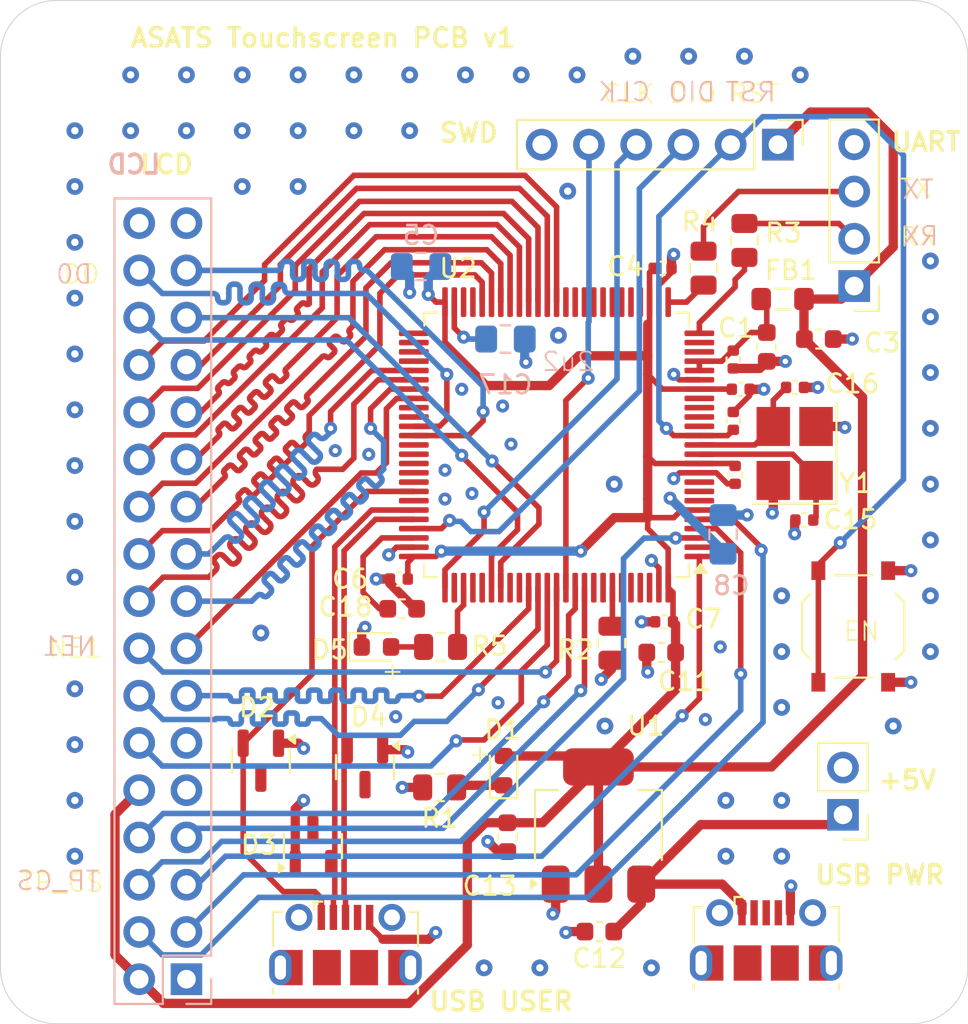
<source format=kicad_pcb>
(kicad_pcb (version 20241229) (generator "pcbnew") (generator_version "9.0")
  (layers (0 "F.Cu" signal) (4 "In1.Cu" power) (6 "In2.Cu" power) (2 "B.Cu" signal) (13 "F.Paste" user) (15 "B.Paste" user) (5 "F.SilkS" user "F.Silkscreen") (7 "B.SilkS" user "B.Silkscreen") (1 "F.Mask" user) (3 "B.Mask" user) (25 "Edge.Cuts" user))
  (net 0 "")
  (net 1 "GND")
  (net 2 "+3.3VA")
  (net 3 "+3.3V")
  (net 4 "+5V")
  (net 5 "/SWD_NRST")
  (net 6 "/HSE_IN")
  (net 7 "/HSE_OUT")
  (net 8 "/VCAP1")
  (net 9 "/VCAP2")
  (net 10 "Net-(D1-K)")
  (net 11 "/USB_OTG_FS_VBUS")
  (net 12 "/USB_OTG_FS_D-")
  (net 13 "/USB_OTG_FS_D+")
  (net 14 "Net-(D5-A)")
  (net 15 "/USART2_RX")
  (net 16 "/USART2_TX")
  (net 26 "/SWDIO")
  (net 27 "/FMC_A16")
  (net 29 "/FMC_NOE")
  (net 30 "/LCD_NRST")
  (net 31 "/FMC_D12")
  (net 33 "/FMC_D14")
  (net 34 "/FMC_D13")
  (net 35 "/FMC_D9")
  (net 36 "/FMC_D6")
  (net 37 "/TP_SDI")
  (net 38 "/FMC_D8")
  (net 39 "/TP_IRQ")
  (net 40 "/FMC_NE1")
  (net 41 "/FMC_D7")
  (net 42 "/FMC_D3")
  (net 43 "/FMC_D15")
  (net 44 "/TP_SCK")
  (net 46 "/TP_CS")
  (net 47 "/FMC_D5")
  (net 48 "/BL_PWM")
  (net 49 "/FMC_D1")
  (net 50 "/TP_SDO")
  (net 51 "/FMC_D4")
  (net 52 "/FMC_D11")
  (net 53 "/FMC_D10")
  (net 54 "/FMC_D2")
  (net 55 "/FMC_NWE")
  (net 56 "/FMC_D0")
  (net 57 "/BOOT0")
  (net 96 "/SWDO")
  (net 97 "/SWDCLK")
  (net 98 "Net-(J1-Pin_3)")
  (net 99 "Net-(J1-Pin_2)")
  (net 117 "/DEBUG_LED")
  (footprint "Capacitor_SMD:C_0402_1005Metric" (layer "F.Cu") (at 192.5 77.5 -90)
    (property "Reference" "C9" (hide yes))
    (property "Value" "100n")
  )
  (footprint "Capacitor_SMD:C_0603_1608Metric" (layer "F.Cu") (at 180.25 96.975 -90)
    (property "Reference" "C13")
    (property "Value" "22u")
  )
  (footprint "Button_Switch_SMD:SW_Push_1P1T_XKB_TS-1187A" (layer "F.Cu") (at 198.85 85.65 -90)
    (property "Reference" "SW1" (hide yes))
    (property "Value" "SW_Push")
  )
  (footprint "Resistor_SMD:R_0805_2012Metric" (layer "F.Cu") (at 193 64.9 90)
    (property "Reference" "R3")
    (property "Value" "220R")
  )
  (footprint "Connector_USB:USB_Micro-B_Molex-105017-0001" (layer "F.Cu") (at 171.55 102.75)
    (property "Reference" "J2" (hide yes))
    (property "Value" "USB_B_Micro")
  )
  (footprint "Capacitor_SMD:C_0402_1005Metric" (layer "F.Cu") (at 196.22 79.93 180)
    (property "Reference" "C15")
    (property "Value" "10p")
  )
  (footprint "MountingHole:MountingHole_2.2mm_M2" (layer "F.Cu") (at 156 104)
    (property "Reference" "H4" (hide yes))
    (property "Value" "MountingHole")
  )
  (footprint "Resistor_SMD:R_0805_2012Metric" (layer "F.Cu") (at 185.85 86.55 90)
    (property "Reference" "R2")
    (property "Value" "10k")
  )
  (footprint "MountingHole:MountingHole_2.2mm_M2" (layer "F.Cu") (at 202 55)
    (property "Reference" "H1" (hide yes))
    (property "Value" "MountingHole")
  )
  (footprint "Resistor_SMD:R_0805_2012Metric" (layer "F.Cu") (at 176.6625 86.75)
    (property "Reference" "R5")
    (property "Value" "1k")
  )
  (footprint "Crystal:Crystal_SMD_3225-4Pin_3.2x2.5mm_HandSoldering" (layer "F.Cu") (at 195.7 76.35 90)
    (property "Reference" "Y1")
    (property "Value" "16MHz")
  )
  (footprint "Capacitor_SMD:C_0603_1608Metric" (layer "F.Cu") (at 194.2 70.625 -90)
    (property "Reference" "C2" (hide yes))
    (property "Value" "10u")
  )
  (footprint "Capacitor_SMD:C_0603_1608Metric" (layer "F.Cu") (at 185.2 102.05 180)
    (property "Reference" "C12")
    (property "Value" "22u")
  )
  (footprint "LED_SMD:LED_0603_1608Metric" (layer "F.Cu") (at 180.05 93.4 90)
    (property "Reference" "D1")
    (property "Value" "RED")
  )
  (footprint "Capacitor_SMD:C_0402_1005Metric" (layer "F.Cu") (at 192.4 74.6 -90)
    (property "Reference" "C14" (hide yes))
    (property "Value" "100n")
  )
  (footprint "MountingHole:MountingHole_2.2mm_M2" (layer "F.Cu") (at 202 104)
    (property "Reference" "H2" (hide yes))
    (property "Value" "MountingHole")
  )
  (footprint "Package_TO_SOT_SMD:SOT-23" (layer "F.Cu") (at 167 92.8625 -90)
    (property "Reference" "D2")
    (property "Value" "P6SMB6.8")
  )
  (footprint "MountingHole:MountingHole_2.2mm_M2" (layer "F.Cu") (at 156 55)
    (property "Reference" "H3" (hide yes))
    (property "Value" "MountingHole")
  )
  (footprint "Capacitor_SMD:C_0402_1005Metric" (layer "F.Cu") (at 195.72 72.8)
    (property "Reference" "C16")
    (property "Value" "10p")
  )
  (footprint "Capacitor_SMD:C_0603_1608Metric" (layer "F.Cu") (at 174.6 84.7)
    (property "Reference" "C18")
    (property "Value" "2u2")
  )
  (footprint "Package_TO_SOT_SMD:SOT-23" (layer "F.Cu") (at 172.6 93.2125 -90)
    (property "Reference" "D4")
    (property "Value" "P6SMB6.8")
  )
  (footprint "Connector_USB:USB_Micro-B_Molex-105017-0001" (layer "F.Cu") (at 194.17 102.5025)
    (property "Reference" "J4" (hide yes))
    (property "Value" "USB_B_Micro")
  )
  (footprint "Package_QFP:LQFP-100_14x14mm_P0.5mm" (layer "F.Cu") (at 182.9 75.89 180)
    (property "Reference" "U2")
    (property "Value" "STM32F429VITx")
  )
  (footprint "Package_TO_SOT_SMD:SOT-223-3_TabPin2" (layer "F.Cu") (at 185.15 96.35 90)
    (property "Reference" "U1")
    (property "Value" "AMS1117-3.3")
  )
  (footprint "Capacitor_SMD:C_0402_1005Metric" (layer "F.Cu") (at 188.6 66.4)
    (property "Reference" "C4")
    (property "Value" "100n")
  )
  (footprint "Capacitor_SMD:C_0402_1005Metric" (layer "F.Cu") (at 192.4 71.3 -90)
    (property "Reference" "C1")
    (property "Value" "100n")
  )
  (footprint "Connector_PinHeader_2.54mm:PinHeader_1x02_P2.54mm_Vertical" (layer "F.Cu") (at 198.3 95.775 180)
    (property "Reference" "J5" (hide yes))
    (property "Value" "Conn_01x02")
  )
  (footprint "Capacitor_SMD:C_0402_1005Metric" (layer "F.Cu") (at 188.68 85.4 180)
    (property "Reference" "C7")
    (property "Value" "100n")
  )
  (footprint "Connector_PinHeader_2.54mm:PinHeader_1x06_P2.54mm_Vertical" (layer "F.Cu") (at 194.8 59.75 -90)
    (property "Reference" "J3" (hide yes))
    (property "Value" "Conn_01x06")
  )
  (footprint "Connector_PinHeader_2.54mm:PinHeader_1x04_P2.54mm_Vertical" (layer "F.Cu") (at 198.9 67.35 180)
    (property "Reference" "J1" (hide yes))
    (property "Value" "Conn_01x04")
  )
  (footprint "Capacitor_SMD:C_0402_1005Metric" (layer "F.Cu") (at 174.42 83.1 180)
    (property "Reference" "C6")
    (property "Value" "100n")
  )
  (footprint "Capacitor_SMD:C_0402_1005Metric" (layer "F.Cu") (at 192.8 72.9)
    (property "Reference" "C10" (hide yes))
    (property "Value" "100n")
  )
  (footprint "Capacitor_SMD:C_0603_1608Metric" (layer "F.Cu") (at 197 70.2)
    (property "Reference" "C3")
    (property "Value" "1u")
  )
  (footprint "Inductor_SMD:L_0805_2012Metric_Pad1.05x1.20mm_HandSolder" (layer "F.Cu") (at 195.05 68.05)
    (property "Reference" "FB1")
    (property "Value" "120R")
  )
  (footprint "Capacitor_SMD:C_0603_1608Metric" (layer "F.Cu") (at 188.525 87.05 180)
    (property "Reference" "C11")
    (property "Value" "10u")
  )
  (footprint "Package_TO_SOT_SMD:SOT-23" (layer "F.Cu") (at 169.8 97.4625 90)
    (property "Reference" "D3")
    (property "Value" "P6SMB6.8")
  )
  (footprint "LED_SMD:LED_0603_1608Metric" (layer "F.Cu") (at 173.2125 86.75)
    (property "Reference" "D5")
    (property "Value" "RED")
  )
  (footprint "Resistor_SMD:R_0805_2012Metric" (layer "F.Cu") (at 190.8 66.3875 90)
    (property "Reference" "R4")
    (property "Value" "220R")
  )
  (footprint "Resistor_SMD:R_0805_2012Metric" (layer "F.Cu") (at 176.6125 94.3 180)
    (property "Reference" "R1")
    (property "Value" "1k")
  )
  (footprint "Capacitor_SMD:C_0805_2012Metric_Pad1.18x1.45mm_HandSolder" (layer "B.Cu") (at 191.85 80.7 90)
    (property "Reference" "C8")
    (property "Value" "100n")
  )
  (footprint "Capacitor_SMD:C_0805_2012Metric_Pad1.18x1.45mm_HandSolder" (layer "B.Cu") (at 175.6125 66.3 180)
    (property "Reference" "C5")
    (property "Value" "100n")
  )
  (footprint "Capacitor_SMD:C_0805_2012Metric_Pad1.18x1.45mm_HandSolder" (layer "B.Cu") (at 180.15 70.2)
    (property "Reference" "C17")
    (property "Value" "2u2")
  )
  (footprint "Connector_PinSocket_2.54mm:PinSocket_2x17_P2.54mm_Vertical" (layer "B.Cu") (at 163 104.61)
    (property "Reference" "J6" (hide yes))
    (property "Value" "2x17 odd-even connector" (hide yes))
  )
  (gr_line (start 156 107) (end 202 107) (stroke (width 0.05)) (layer "Edge.Cuts"))
  (gr_line (start 202 52) (end 156 52) (stroke (width 0.05)) (layer "Edge.Cuts"))
  (gr_arc (start 153 55) (mid 153.87868 52.87868) (end 156 52) (stroke (width 0.05)) (layer "Edge.Cuts"))
  (gr_line (start 205 104) (end 205 55) (stroke (width 0.05)) (layer "Edge.Cuts"))
  (gr_line (start 153 55) (end 153 104) (stroke (width 0.05)) (layer "Edge.Cuts"))
  (gr_arc (start 202 52) (mid 204.12132 52.87868) (end 205 55) (stroke (width 0.05)) (layer "Edge.Cuts"))
  (gr_arc (start 205 104) (mid 204.12132 106.12132) (end 202 107) (stroke (width 0.05)) (layer "Edge.Cuts"))
  (gr_arc (start 156 107) (mid 153.87868 106.12132) (end 153 104) (stroke (width 0.05)) (layer "Edge.Cuts"))
  (gr_text "SWD" (at 176.5 59.7 0) (layer "F.SilkS") (effects (font (size 1 1) (thickness 0.2) (bold yes)) (justify left bottom)))
  (gr_text "DIO" (at 188.9 57.6 0) (layer "F.SilkS") (effects (font (size 1 1) (thickness 0.1)) (justify left bottom)))
  (gr_text "+5V" (at 200.1 94.5 0) (layer "F.SilkS") (effects (font (size 1 1) (thickness 0.2) (bold yes)) (justify left bottom)))
  (gr_text "ASATS Touchscreen PCB v1" (at 159.9 54.6 0) (layer "F.SilkS") (effects (font (size 1 1) (thickness 0.2) (bold yes)) (justify left bottom)))
  (gr_text "UART" (at 200.8 60.2 0) (layer "F.SilkS") (effects (font (size 1 1) (thickness 0.2) (bold yes)) (justify left bottom)))
  (gr_text "EN" (at 198.25 86.5 0) (layer "F.SilkS") (effects (font (size 1 1) (thickness 0.1)) (justify left bottom)))
  (gr_text "NE1" (at 155.5 87.4 0) (layer "F.SilkS") (effects (font (size 1 1) (thickness 0.1)) (justify left bottom)))
  (gr_text "USB PWR" (at 196.7 99.6 0) (layer "F.SilkS") (effects (font (size 1 1) (thickness 0.2) (bold yes)) (justify left bottom)))
  (gr_text "RST" (at 192.1 57.6 0) (layer "F.SilkS") (effects (font (size 1 1) (thickness 0.1)) (justify left bottom)))
  (gr_text "RX" (at 201.3 65.3 0) (layer "F.SilkS") (effects (font (size 1 1) (thickness 0.1)) (justify left bottom)))
  (gr_text "LCD" (at 160.4 61.4 0) (layer "F.SilkS") (effects (font (size 1 1) (thickness 0.2) (bold yes)) (justify left bottom)))
  (gr_text "D0" (at 156.3 67.3 0) (layer "F.SilkS") (effects (font (size 1 1) (thickness 0.1)) (justify left bottom)))
  (gr_text "USB USER" (at 175.95 106.39 0) (layer "F.SilkS") (effects (font (size 1 1) (thickness 0.2) (bold yes)) (justify left bottom)))
  (gr_text "+" (at 178.1 93.05 0) (layer "F.SilkS") (effects (font (size 1 1) (thickness 0.1)) (justify left bottom)))
  (gr_text "CLK" (at 185.3 57.6 0) (layer "F.SilkS") (effects (font (size 1 1) (thickness 0.1)) (justify left bottom)))
  (gr_text "TP_CS" (at 154 100 0) (layer "F.SilkS") (effects (font (size 1 1) (thickness 0.1)) (justify left bottom)))
  (gr_text "+" (at 173.4 88.6 0) (layer "F.SilkS") (effects (font (size 1 1) (thickness 0.1)) (justify left bottom)))
  (gr_text "TX" (at 201.3 62.7 0) (layer "F.SilkS") (effects (font (size 1 1) (thickness 0.1)) (justify left bottom)))
  (gr_text "TP_CS" (at 158.4 99.9 0) (layer "B.SilkS") (effects (font (size 1 1) (thickness 0.1)) (justify left bottom mirror)))
  (gr_text "TX" (at 203.25 62.75 0) (layer "B.SilkS") (effects (font (size 1 1) (thickness 0.1)) (justify left bottom mirror)))
  (gr_text "D0" (at 158 67.3 0) (layer "B.SilkS") (effects (font (size 1 1) (thickness 0.1)) (justify left bottom mirror)))
  (gr_text "RST" (at 194.75 57.5 0) (layer "B.SilkS") (effects (font (size 1 1) (thickness 0.1)) (justify left bottom mirror)))
  (gr_text "RX" (at 203.5 65.25 0) (layer "B.SilkS") (effects (font (size 1 1) (thickness 0.1)) (justify left bottom mirror)))
  (gr_text "2u2" (at 185 72 0) (layer "B.SilkS") (effects (font (size 1 1) (thickness 0.1)) (justify left bottom mirror)))
  (gr_text "LCD" (at 161.71 61.4 0) (layer "B.SilkS") (effects (font (size 1 1) (thickness 0.2) (bold yes)) (justify left bottom mirror)))
  (gr_text "DIO" (at 191.5 57.5 0) (layer "B.SilkS") (effects (font (size 1 1) (thickness 0.1)) (justify left bottom mirror)))
  (gr_text "CLK\n" (at 188 57.5 0) (layer "B.SilkS") (effects (font (size 1 1) (thickness 0.1)) (justify left bottom mirror)))
  (gr_text "NE1" (at 158.2 87.3 0) (layer "B.SilkS") (effects (font (size 1 1) (thickness 0.1)) (justify left bottom mirror)))
  (segment (start 197.3 75.25) (end 197.2 75.25) (width 0.5) (layer "F.Cu") (net 1))
  (segment (start 167.95 91.925) (end 169.025 91.925) (width 0.5) (layer "F.Cu") (net 1))
  (segment (start 196.85 74.9) (end 198.35 74.9) (width 0.5) (layer "F.Cu") (net 1))
  (segment (start 189.08 66.4) (end 189.08 65.77) (width 0.5) (layer "F.Cu") (net 1))
  (segment (start 174.775 92.275) (end 174.9 92.4) (width 0.5) (layer "F.Cu") (net 1))
  (segment (start 197.775 70.2) (end 198.8 70.2) (width 0.5) (layer "F.Cu") (net 1))
  (segment (start 172.425 86.75) (end 172.425 85.875) (width 0.5) (layer "F.Cu") (net 1))
  (segment (start 168.85 95.45) (end 169.3 95) (width 0.5) (layer "F.Cu") (net 1))
  (segment (start 193.82 71.78) (end 194.2 71.4) (width 0.5) (layer "F.Cu") (net 1))
  (segment (start 195.7 79.93) (end 195.7 80.67) (width 0.5) (layer "F.Cu") (net 1))
  (segment (start 187.75 87.05) (end 187.75 88.05) (width 0.5) (layer "F.Cu") (net 1))
  (segment (start 188.4 67.3) (end 189.08 66.62) (width 0.3) (layer "F.Cu") (net 1))
  (segment (start 173.94 83.34) (end 175.3 84.7) (width 0.5) (layer "F.Cu") (net 1))
  (segment (start 189.51 77.39) (end 189.2 77.7) (width 0.3) (layer "F.Cu") (net 1))
  (segment (start 182.85 99.5) (end 182.85 100.95) (width 0.5) (layer "F.Cu") (net 1))
  (segment (start 185.85 87.4625) (end 185.85 87.95) (width 0.5) (layer "F.Cu") (net 1))
  (segment (start 180.25 97.75) (end 179.75 97.75) (width 0.5) (layer "F.Cu") (net 1))
  (segment (start 194.55 79.5) (end 194.5 79.55) (width 0.5) (layer "F.Cu") (net 1))
  (segment (start 190.575 77.39) (end 189.51 77.39) (width 0.3) (layer "F.Cu") (net 1))
  (segment (start 193.28 73.24) (end 193.28 72.9) (width 0.3) (layer "F.Cu") (net 1))
  (segment (start 200.725 82.65) (end 201.95 82.65) (width 0.5) (layer "F.Cu") (net 1))
  (segment (start 172.85 101.2875) (end 172.85 101.750616) (width 0.3) (layer "F.Cu") (net 1))
  (segment (start 185.85 87.95) (end 185.3 88.5) (width 0.5) (layer "F.Cu") (net 1))
  (segment (start 192.08 77.98) (end 192.5 77.98) (width 0.3) (layer "F.Cu") (net 1))
  (segment (start 192.4 71.78) (end 193.82 71.78) (width 0.5) (layer "F.Cu") (net 1))
  (segment (start 188.4 68.215) (end 188.4 67.3) (width 0.3) (layer "F.Cu") (net 1))
  (segment (start 168.85 98.4) (end 168.85 95.45) (width 0.5) (layer "F.Cu") (net 1))
  (segment (start 194.55 77.8) (end 194.55 79.5) (width 0.5) (layer "F.Cu") (net 1))
  (segment (start 189.08 66.62) (end 189.08 66.4) (width 0.3) (layer "F.Cu") (net 1))
  (segment (start 194.2 71.4) (end 195.2 71.4) (width 0.5) (layer "F.Cu") (net 1))
  (segment (start 195.47 101.04) (end 195.47 99.63) (width 0.5) (layer "F.Cu") (net 1))
  (segment (start 196.85 74.9) (end 197.2 75.25) (width 0.5) (layer "F.Cu") (net 1))
  (segment (start 173.562884 102.4635) (end 176.0365 102.4635) (width 0.5) (layer "F.Cu") (net 1))
  (segment (start 189.49 72.39) (end 189.2 72.1) (width 0.3) (layer "F.Cu") (net 1))
  (segment (start 172.85 101.750616) (end 173.562884 102.4635) (width 0.3) (layer "F.Cu") (net 1))
  (segment (start 189.08 65.77) (end 189.2 65.65) (width 0.5) (layer "F.Cu") (net 1))
  (segment (start 188.2 85.4) (end 187.46 85.4) (width 0.5) (layer "F.Cu") (net 1))
  (segment (start 187.75 88.05) (end 187.8 88.1) (width 0.5) (layer "F.Cu") (net 1))
  (segment (start 183.45 102.05) (end 183.4 102.1) (width 0.5) (layer "F.Cu") (net 1))
  (segment (start 175.7 94.3) (end 174.6 94.3) (width 0.5) (layer "F.Cu") (net 1))
  (segment (start 179.75 97.75) (end 179.2 97.2) (width 0.5) (layer "F.Cu") (net 1))
  (segment (start 173.55 92.275) (end 174.775 92.275) (width 0.5) (layer "F.Cu") (net 1))
  (segment (start 188.4 82.5) (end 188 82.1) (width 0.3) (layer "F.Cu") (net 1))
  (segment (start 198.35 74.9) (end 198.4 74.95) (width 0.5) (layer "F.Cu") (net 1))
  (segment (start 190.575 77.39) (end 191.49 77.39) (width 0.3) (layer "F.Cu") (net 1))
  (segment (start 175.3 84.7) (end 175.375 84.7) (width 0.5) (layer "F.Cu") (net 1))
  (segment (start 195.47 99.63) (end 195.5 99.6) (width 0.5) (layer "F.Cu") (net 1))
  (segment (start 192.4 74.12) (end 193.28 73.24) (width 0.3) (layer "F.Cu") (net 1))
  (segment (start 184.425 102.05) (end 183.45 102.05) (width 0.5) (layer "F.Cu") (net 1))
  (segment (start 173.94 83.1) (end 173.2 83.1) (width 0.5) (layer "F.Cu") (net 1))
  (segment (start 173.94 83.1) (end 173.94 83.34) (width 0.5) (layer "F.Cu") (net 1))
  (segment (start 190.575 72.39) (end 189.49 72.39) (width 0.3) (layer "F.Cu") (net 1))
  (segment (start 188.4 83.565) (end 188.4 82.5) (width 0.3) (layer "F.Cu") (net 1))
  (segment (start 194.55 77.8) (end 194.1 78.25) (width 0.5) (layer "F.Cu") (net 1))
  (segment (start 174.284695 81.39) (end 173.875057 81.799638) (width 0.3) (layer "F.Cu") (net 1))
  (segment (start 182.85 100.95) (end 182.7 101.1) (width 0.5) (layer "F.Cu") (net 1))
  (segment (start 169.025 91.925) (end 169.3 92.2) (width 0.5) (layer "F.Cu") (net 1))
  (segment (start 200.725 88.65) (end 201.95 88.65) (width 0.5) (layer "F.Cu") (net 1))
  (segment (start 193.3 72.9) (end 194.04 72.9) (width 0.5) (layer "F.Cu") (net 1))
  (segment (start 191.49 77.39) (end 192.08 77.98) (width 0.3) (layer "F.Cu") (net 1))
  (segment (start 172.425 85.875) (end 172.6 85.7) (width 0.5) (layer "F.Cu") (net 1))
  (segment (start 196.2 72.8) (end 196.94 72.8) (width 0.5) (layer "F.Cu") (net 1))
  (segment (start 176.0365 102.4635) (end 176.4 102.1) (width 0.5) (layer "F.Cu") (net 1))
  (segment (start 175.225 81.39) (end 174.284695 81.39) (width 0.3) (layer "F.Cu") (net 1))
  (via (at 157 77) (size 0.9) (drill 0.4) (layers "F.Cu" "B.Cu") (net 1))
  (via (at 157 83) (size 0.9) (drill 0.4) (layers "F.Cu" "B.Cu") (net 1))
  (via (at 195.7 80.67) (size 0.7) (drill 0.3) (layers "F.Cu" "B.Cu") (net 1))
  (via (at 172 56) (size 0.9) (drill 0.4) (layers "F.Cu" "B.Cu") (net 1))
  (via (at 157 80) (size 0.9) (drill 0.4) (layers "F.Cu" "B.Cu") (net 1))
  (via (at 183.4 102.1) (size 0.7) (drill 0.3) (layers "F.Cu" "B.Cu") (net 1))
  (via (at 185.3 88.5) (size 0.7) (drill 0.3) (layers "F.Cu" "B.Cu") (net 1))
  (via (at 195 95) (size 0.9) (drill 0.4) (layers "F.Cu" "B.Cu") (net 1))
  (via (at 190 55) (size 0.9) (drill 0.4) (layers "F.Cu" "B.Cu") (net 1))
  (via (at 187 55) (size 0.9) (drill 0.4) (layers "F.Cu" "B.Cu") (net 1))
  (via (at 180 73.8) (size 0.7) (drill 0.3) (layers "F.Cu" "B.Cu") (net 1))
  (via (at 169 62) (size 0.9) (drill 0.4) (layers "F.Cu" "B.Cu") (net 1))
  (via (at 176.4 102.1) (size 0.7) (drill 0.3) (layers "F.Cu" "B.Cu") (net 1))
  (via (at 169 59) (size 0.9) (drill 0.4) (layers "F.Cu" "B.Cu") (net 1))
  (via (at 194.5 79.55) (size 0.7) (drill 0.3) (layers "F.Cu" "B.Cu") (net 1))
  (via (at 176.9 78.8) (size 0.7) (drill 0.3) (layers "F.Cu" "B.Cu") (net 1))
  (via (at 198.4 74.95) (size 0.7) (drill 0.3) (layers "F.Cu" "B.Cu") (net 1))
  (via (at 203 84) (size 0.9) (drill 0.4) (layers "F.Cu" "B.Cu") (net 1))
  (via (at 191.7 86.75) (size 0.7) (drill 0.3) (layers "F.Cu" "B.Cu") (net 1))
  (via (at 174.6 94.3) (size 0.7) (drill 0.3) (layers "F.Cu" "B.Cu") (net 1))
  (via (at 201.95 82.65) (size 0.7) (drill 0.3) (layers "F.Cu" "B.Cu") (net 1))
  (via (at 166 62) (size 0.9) (drill 0.4) (layers "F.Cu" "B.Cu") (net 1))
  (via (at 181.25 71.45) (size 0.7) (drill 0.3) (layers "F.Cu" "B.Cu") (net 1))
  (via (at 193.144975 79.655025) (size 0.7) (drill 0.3) (layers "F.Cu" "B.Cu") (net 1))
  (via (at 157 74) (size 0.9) (drill 0.4) (layers "F.Cu" "B.Cu") (net 1))
  (via (at 176.9 77.25) (size 0.7) (drill 0.3) (layers "F.Cu" "B.Cu") (net 1))
  (via (at 186 78) (size 0.9) (drill 0.4) (layers "F.Cu" "B.Cu") (net 1))
  (via (at 203 72) (size 0.9) (drill 0.4) (layers "F.Cu" "B.Cu") (net 1))
  (via (at 195.2 71.4) (size 0.7) (drill 0.3) (layers "F.Cu" "B.Cu") (net 1))
  (via (at 174.25 90.5) (size 0.7) (drill 0.3) (layers "F.Cu" "B.Cu") (net 1))
  (via (at 157 92) (size 0.9) (drill 0.4) (layers "F.Cu" "B.Cu") (net 1))
  (via (at 160 59) (size 0.9) (drill 0.4) (layers "F.Cu" "B.Cu") (net 1))
  (via (at 157 59) (size 0.9) (drill 0.4) (layers "F.Cu" "B.Cu") (net 1))
  (via (at 187.8 88.1) (size 0.7) (drill 0.3) (layers "F.Cu" "B.Cu") (net 1))
  (via (at 195 87) (size 0.9) (drill 0.4) (layers "F.Cu" "B.Cu") (net 1))
  (via (at 188 104) (size 0.9) (drill 0.4) (layers "F.Cu" "B.Cu") (net 1))
  (via (at 169 56) (size 0.9) (drill 0.4) (layers "F.Cu" "B.Cu") (net 1))
  (via (at 192 98) (size 0.9) (drill 0.4) (layers "F.Cu" "B.Cu") (net 1))
  (via (at 179 104) (size 0.9) (drill 0.4) (layers "F.Cu" "B.Cu") (net 1))
  (via (at 179.75 89.75) (size 0.7) (drill 0.3) (layers "F.Cu" "B.Cu") (net 1))
  (via (at 163 59) (size 0.9) (drill 0.4) (layers "F.Cu" "B.Cu") (net 1))
  (via (at 172.8 76.4) (size 0.7) (drill 0.3) (layers "F.Cu" "B.Cu") (net 1))
  (via (at 157 71) (size 0.9) (drill 0.4) (layers "F.Cu" "B.Cu") (net 1))
  (via (at 184 56) (size 0.9) (drill 0.4) (layers "F.Cu" "B.Cu") (net 1))
  (via (at 185.5 91) (size 0.9) (drill 0.4) (layers "F.Cu" "B.Cu") (net 1))
  (via (at 157 95) (size 0.9) (drill 0.4) (layers "F.Cu" "B.Cu") (net 1))
  (via (at 195 98) (size 0.9) (drill 0.4) (layers "F.Cu" "B.Cu") (net 1))
  (via (at 157 98) (size 0.9) (drill 0.4) (layers "F.Cu" "B.Cu") (net 1))
  (via (at 178 56) (size 0.9) (drill 0.4) (layers "F.Cu" "B.Cu") (net 1))
  (via (at 163 56) (size 0.9) (drill 0.4) (layers "F.Cu" "B.Cu") (net 1))
  (via (at 189.2 65.65) (size 0.7) (drill 0.3) (layers "F.Cu" "B.Cu") (net 1))
  (via (at 160 56) (size 0.9) (drill 0.4) (layers "F.Cu" "B.Cu") (net 1))
  (via (at 178.35 78.5) (size 0.7) (drill 0.3) (layers "F.Cu" "B.Cu") (net 1))
  (via (at 180.45 75.85) (size 0.7) (drill 0.3) (layers "F.Cu" "B.Cu") (net 1))
  (via (at 192 95) (size 0.9) (drill 0.4) (layers "F.Cu" "B.Cu") (net 1))
  (via (at 169.3 92.2) (size 0.7) (drill 0.3) (layers "F.Cu" "B.Cu") (net 1))
  (via (at 195 84) (size 0.9) (drill 0.4) (layers "F.Cu" "B.Cu") (net 1))
  (via (at 182.7 101.1) (size 0.7) (drill 0.3) (layers "F.Cu" "B.Cu") (net 1))
  (via (at 157 89) (size 0.9) (drill 0.4) (layers "F.Cu" "B.Cu") (net 1))
  (via (at 201.95 88.65) (size 0.7) (drill 0.3) (layers "F.Cu" "B.Cu") (net 1))
  (via (at 167 86) (size 0.9) (drill 0.4) (layers "F.Cu" "B.Cu") (net 1))
  (via (at 166 56) (size 0.9) (drill 0.4) (layers "F.Cu" "B.Cu") (net 1))
  (via (at 175 59) (size 0.9) (drill 0.4) (layers "F.Cu" "B.Cu") (net 1))
  (via (at 157 68) (size 0.9) (drill 0.4) (layers "F.Cu" "B.Cu") (net 1))
  (via (at 203 75) (size 0.9) (drill 0.4) (layers "F.Cu" "B.Cu") (net 1))
  (via (at 190.9 90.65) (size 0.7) (drill 0.3) (layers "F.Cu" "B.Cu") (net 1))
  (via (at 183.5 62.25) (size 0.9) (drill 0.4) (layers "F.Cu" "B.Cu") (net 1))
  (via (at 166 59) (size 0.9) (drill 0.4) (layers "F.Cu" "B.Cu") (net 1))
  (via (at 188 82.1) (size 0.7) (drill 0.3) (layers "F.Cu" "B.Cu") (net 1))
  (via (at 203 78) (size 0.9) (drill 0.4) (layers "F.Cu" "B.Cu") (net 1))
  (via (at 179.2 97.2) (size 0.7) (drill 0.3) (layers "F.Cu" "B.Cu") (net 1))
  (via (at 173.875057 81.799638) (size 0.7) (drill 0.3) (layers "F.Cu" "B.Cu") (net 1))
  (via (at 189.2 72.1) (size 0.7) (drill 0.3) (layers "F.Cu" "B.Cu") (net 1))
  (via (at 169.3 95) (size 0.7) (drill 0.3) (layers "F.Cu" "B.Cu") (net 1))
  (via (at 193 55) (size 0.9) (drill 0.4) (layers "F.Cu" "B.Cu") (net 1))
  (via (at 195 90) (size 0.9) (drill 0.4) (layers "F.Cu" "B.Cu") (net 1))
  (via (at 172 59) (size 0.9) (drill 0.4) (layers "F.Cu" "B.Cu") (net 1))
  (via (at 189.2 77.7) (size 0.7) (drill 0.3) (layers "F.Cu" "B.Cu") (net 1))
  (via (at 177.8 72.9) (size 0.7) (drill 0.3) (layers "F.Cu" "B.Cu") (net 1))
  (via (at 173.2 83.1) (size 0.7) (drill 0.3) (layers "F.Cu" "B.Cu") (net 1))
  (via (at 203 66) (size 0.9) (drill 0.4) (layers "F.Cu" "B.Cu") (net 1))
  (via (at 175 56) (size 0.9) (drill 0.4) (layers "F.Cu" "B.Cu") (net 1))
  (via (at 195.5 99.6) (size 0.7) (drill 0.3) (layers "F.Cu" "B.Cu") (net 1))
  (via (at 198.8 70.2) (size 0.7) (drill 0.3) (layers "F.Cu" "B.Cu") (net 1))
  (via (at 183 70) (size 0.9) (drill 0.4) (layers "F.Cu" "B.Cu") (net 1))
  (via (at 174.9 92.4) (size 0.7) (drill 0.3) (layers "F.Cu" "B.Cu") (net 1))
  (via (at 203 87) (size 0.9) (drill 0.4) (layers "F.Cu" "B.Cu") (net 1))
  (via (at 203 69) (size 0.9) (drill 0.4) (layers "F.Cu" "B.Cu") (net 1))
  (via (at 171 76.2) (size 0.7) (drill 0.3) (layers "F.Cu" "B.Cu") (net 1))
  (via (at 187.46 85.4) (size 0.7) (drill 0.3) (layers "F.Cu" "B.Cu") (net 1))
  (via (at 182 104) (size 0.9) (drill 0.4) (layers "F.Cu" "B.Cu") (net 1))
  (via (at 172.6 85.7) (size 0.7) (drill 0.3) (layers "F.Cu" "B.Cu") (net 1))
  (via (at 203 81) (size 0.9) (drill 0.4) (layers "F.Cu" "B.Cu") (net 1))
  (via (at 201 91) (size 0.9) (drill 0.4) (layers "F.Cu" "B.Cu") (net 1))
  (via (at 181 56) (size 0.9) (drill 0.4) (layers "F.Cu" "B.Cu") (net 1))
  (via (at 157 62) (size 0.9) (drill 0.4) (layers "F.Cu" "B.Cu") (net 1))
  (via (at 175 67.7) (size 0.7) (drill 0.3) (layers "F.Cu" "B.Cu") (net 1))
  (via (at 196.94 72.8) (size 0.7) (drill 0.3) (layers "F.Cu" "B.Cu") (net 1))
  (via (at 196 56) (size 0.9) (drill 0.4) (layers "F.Cu" "B.Cu") (net 1))
  (via (at 194.04 72.9) (size 0.7) (drill 0.3) (layers "F.Cu" "B.Cu") (net 1))
  (via (at 157 65) (size 0.9) (drill 0.4) (layers "F.Cu" "B.Cu") (net 1))
  (segment (start 181.1875 71.3875) (end 181.25 71.45) (width 0.5) (layer "B.Cu") (net 1))
  (segment (start 191.85 79.6625) (end 193.1375 79.6625) (width 0.5) (layer "B.Cu") (net 1))
  (segment (start 175 66.725) (end 175 67.7) (width 0.5) (layer "B.Cu") (net 1))
  (segment (start 174.575 66.3) (end 175 66.725) (width 0.5) (layer "B.Cu") (net 1))
  (segment (start 193.1375 79.6625) (end 193.144975 79.655025) (width 0.5) (layer "B.Cu") (net 1))
  (segment (start 181.1875 70.2) (end 181.1875 71.3875) (width 0.5) (layer "B.Cu") (net 1))
  (segment (start 193.9 68.05) (end 194.2 68.35) (width 0.3) (layer "F.Cu") (net 2))
  (segment (start 194.2 68.35) (end 194.2 69.85) (width 0.3) (layer "F.Cu") (net 2))
  (segment (start 192.4 70.82) (end 193.37 69.85) (width 0.3) (layer "F.Cu") (net 2))
  (segment (start 190.575 71.39) (end 191.78174 71.39) (width 0.3) (layer "F.Cu") (net 2))
  (segment (start 192.35174 70.82) (end 192.4 70.82) (width 0.3) (layer "F.Cu") (net 2))
  (segment (start 190.575 71.89) (end 190.575 71.39) (width 0.3) (layer "F.Cu") (net 2))
  (segment (start 191.78174 71.39) (end 192.35174 70.82) (width 0.3) (layer "F.Cu") (net 2))
  (segment (start 193.37 69.85) (end 194.2 69.85) (width 0.3) (layer "F.Cu") (net 2))
  (segment (start 198.9 67.35) (end 198.2 68.05) (width 0.5) (layer "F.Cu") (net 3))
  (segment (start 182.5 72.7) (end 184.1 71.1) (width 0.5) (layer "F.Cu") (net 3))
  (segment (start 187.8 72.1) (end 187.8 71.1) (width 0.5) (layer "F.Cu") (net 3))
  (segment (start 189 78.78) (end 189.61 79.39) (width 0.3) (layer "F.Cu") (net 3))
  (segment (start 190.575 72.89) (end 188.59 72.89) (width 0.3) (layer "F.Cu") (net 3))
  (segment (start 160.46 94.45) (end 159.159 95.751) (width 0.5) (layer "F.Cu") (net 3))
  (segment (start 187.9 68.215) (end 187.9 69.3) (width 0.3) (layer "F.Cu") (net 3))
  (segment (start 187.9 69.3) (end 187.8 69.4) (width 0.3) (layer "F.Cu") (net 3))
  (segment (start 198.2 68.05) (end 196.2 68.05) (width 0.5) (layer "F.Cu") (net 3))
  (segment (start 175.225 81.89) (end 176.41 81.89) (width 0.3) (layer "F.Cu") (net 3))
  (segment (start 179.067214 96.2) (end 180.25 96.2) (width 0.5) (layer "F.Cu") (net 3))
  (segment (start 180.25 96.2) (end 182.15 96.2) (width 0.5) (layer "F.Cu") (net 3))
  (segment (start 190.575 72.89) (end 192.31 72.89) (width 0.3) (layer "F.Cu") (net 3))
  (segment (start 174.9 82.215) (end 174.9 83.1) (width 0.3) (layer "F.Cu") (net 3))
  (segment (start 159.159 95.751) (end 159.159 103.309) (width 0.5) (layer "F.Cu") (net 3))
  (segment (start 187.8 71.1) (end 187.8 69.4) (width 0.5) (layer "F.Cu") (net 3))
  (segment (start 196.2 70.175) (end 196.225 70.2) (width 0.5) (layer "F.Cu") (net 3))
  (segment (start 196.55 58) (end 199.6 58) (width 0.5) (layer "F.Cu") (net 3))
  (segment (start 190.575 79.39) (end 189.61 79.39) (width 0.3) (layer "F.Cu") (net 3))
  (segment (start 188.59 72.89) (end 187.8 72.1) (width 0.3) (layer "F.Cu") (net 3))
  (segment (start 188.19 76.89) (end 187.8 76.5) (width 0.3) (layer "F.Cu") (net 3))
  (segment (start 189.2 79.8) (end 187.8 79.8) (width 0.3) (layer "F.Cu") (net 3))
  (segment (start 188.9 83.565) (end 189.16 83.825) (width 0.3) (layer "F.Cu") (net 3))
  (segment (start 178.1 102.773838) (end 178.1 97.167214) (width 0.5) (layer "F.Cu") (net 3))
  (segment (start 159.159 103.309) (end 160.46 104.61) (width 0.5) (layer "F.Cu") (net 3))
  (segment (start 185.15 99.5) (end 185.15 93.2) (width 0.5) (layer "F.Cu") (net 3))
  (segment (start 182.15 96.2) (end 185.15 93.2) (width 0.5) (layer "F.Cu") (net 3))
  (segment (start 179.1 72.7) (end 182.5 72.7) (width 0.5) (layer "F.Cu") (net 3))
  (segment (start 189.3 87.05) (end 189.3 85.54) (width 0.5) (layer "F.Cu") (net 3))
  (segment (start 176.415 68.215) (end 176.9 68.215) (width 0.3) (layer "F.Cu") (net 3))
  (segment (start 201 59.4) (end 201 65.25) (width 0.5) (layer "F.Cu") (net 3))
  (segment (start 176 67.8) (end 176.415 68.215) (width 0.3) (layer "F.Cu") (net 3))
  (segment (start 185.15 93.2) (end 194.45 93.2) (width 0.5) (layer "F.Cu") (net 3))
  (segment (start 196.2 68.05) (end 196.2 70.175) (width 0.5) (layer "F.Cu") (net 3))
  (segment (start 189.61 79.39) (end 189.2 79.8) (width 0.3) (layer "F.Cu") (net 3))
  (segment (start 187.8 78.8) (end 187.8 76.5) (width 0.5) (layer "F.Cu") (net 3))
  (segment (start 199.6 58) (end 201 59.4) (width 0.5) (layer "F.Cu") (net 3))
  (segment (start 184.1 71.1) (end 187.8 71.1) (width 0.5) (layer "F.Cu") (net 3))
  (segment (start 187.8 79.8) (end 187.8 78.8) (width 0.5) (layer "F.Cu") (net 3))
  (segment (start 199.35 88.3) (end 199.35 73.325) (width 0.5) (layer "F.Cu") (net 3))
  (segment (start 160.46 104.61) (end 161.761 105.911) (width 0.5) (layer "F.Cu") (net 3))
  (segment (start 184.5625 92.6125) (end 180.05 92.6125) (width 0.5) (layer "F.Cu") (net 3))
  (segment (start 188.9 83.565) (end 188.9 81.491364) (width 0.3) (layer "F.Cu") (net 3))
  (segment (start 189.16 83.825) (end 189.16 85.4) (width 0.3) (layer "F.Cu") (net 3))
  (segment (start 176.9 70.5) (end 179.1 72.7) (width 0.5) (layer "F.Cu") (net 3))
  (segment (start 187.8 76.5) (end 187.8 72.1) (width 0.5) (layer "F.Cu") (net 3))
  (segment (start 201 65.25) (end 198.9 67.35) (width 0.5) (layer "F.Cu") (net 3))
  (segment (start 190.575 76.89) (end 188.19 76.89) (width 0.3) (layer "F.Cu") (net 3))
  (segment (start 186 79.8) (end 187.8 79.8) (width 0.5) (layer "F.Cu") (net 3))
  (segment (start 161.761 105.911) (end 174.962838 105.911) (width 0.5) (layer "F.Cu") (net 3))
  (segment (start 192.37 76.89) (end 192.5 77.02) (width 0.3) (layer "F.Cu") (net 3))
  (segment (start 188.9 81.491364) (end 187.8 80.391364) (width 0.3) (layer "F.Cu") (net 3))
  (segment (start 190.575 76.89) (end 192.37 76.89) (width 0.3) (layer "F.Cu") (net 3))
  (segment (start 175.225 81.89) (end 174.9 82.215) (width 0.3) (layer "F.Cu") (net 3))
  (segment (start 194.45 93.2) (end 199.35 88.3) (width 0.5) (layer "F.Cu") (net 3))
  (segment (start 187.9 68.215) (end 187.9 66.62) (width 0.3) (layer "F.Cu") (net 3))
  (segment (start 189 78.75) (end 189 78.78) (width 0.3) (layer "F.Cu") (net 3))
  (segment (start 192.31 72.89) (end 192.32 72.9) (width 0.3) (layer "F.Cu") (net 3))
  (segment (start 199.35 73.325) (end 196.225 70.2) (width 0.5) (layer "F.Cu") (net 3))
  (segment (start 174.962838 105.911) (end 178.1 102.773838) (width 0.5) (layer "F.Cu") (net 3))
  (segment (start 185.15 93.2) (end 189.3 89.05) (width 0.5) (layer "F.Cu") (net 3))
  (segment (start 176.9 68.215) (end 176.9 70.5) (width 0.3) (layer "F.Cu") (net 3))
  (segment (start 189.3 85.54) (end 189.16 85.4) (width 0.5) (layer "F.Cu") (net 3))
  (segment (start 178.1 97.167214) (end 179.067214 96.2) (width 0.5) (layer "F.Cu") (net 3))
  (segment (start 189.3 89.05) (end 189.3 87.05) (width 0.5) (layer "F.Cu") (net 3))
  (segment (start 184.2 81.6) (end 186 79.8) (width 0.5) (layer "F.Cu") (net 3))
  (segment (start 176.41 81.89) (end 176.7 81.6) (width 0.3) (layer "F.Cu") (net 3))
  (segment (start 194.8 59.75) (end 196.55 58) (width 0.5) (layer "F.Cu") (net 3))
  (segment (start 187.9 66.62) (end 188.12 66.4) (width 0.3) (layer "F.Cu") (net 3))
  (segment (start 187.8 80.391364) (end 187.8 79.8) (width 0.3) (layer "F.Cu") (net 3))
  (segment (start 185.15 93.2) (end 184.5625 92.6125) (width 0.5) (layer "F.Cu") (net 3))
  (via (at 176 67.8) (size 0.7) (drill 0.3) (layers "F.Cu" "B.Cu") (net 3))
  (via (at 176.7 81.6) (size 0.7) (drill 0.3) (layers "F.Cu" "B.Cu") (net 3))
  (via (at 184.2 81.6) (size 0.7) (drill 0.3) (layers "F.Cu" "B.Cu") (net 3))
  (via (at 189 78.75) (size 0.7) (drill 0.3) (layers "F.Cu" "B.Cu") (net 3))
  (segment (start 191.85 81.7375) (end 191.85 81.6) (width 0.5) (layer "B.Cu") (net 3))
  (segment (start 176.7 81.6) (end 184.2 81.6) (width 0.5) (layer "B.Cu") (net 3))
  (segment (start 176 66.95) (end 176 67.8) (width 0.5) (layer "B.Cu") (net 3))
  (segment (start 176.65 66.3) (end 176 66.95) (width 0.5) (layer "B.Cu") (net 3))
  (segment (start 191.85 81.6) (end 189 78.75) (width 0.5) (layer "B.Cu") (net 3))
  (segment (start 192.87 100.57) (end 191.8 99.5) (width 0.5) (layer "F.Cu") (net 4))
  (segment (start 198.3 95.775) (end 197.775 96.3) (width 0.5) (layer "F.Cu") (net 4))
  (segment (start 197.775 96.3) (end 190.65 96.3) (width 0.5) (layer "F.Cu") (net 4))
  (segment (start 191.8 99.5) (end 187.45 99.5) (width 0.5) (layer "F.Cu") (net 4))
  (segment (start 192.87 101.04) (end 192.87 100.57) (width 0.5) (layer "F.Cu") (net 4))
  (segment (start 190.65 96.3) (end 187.45 99.5) (width 0.5) (layer "F.Cu") (net 4))
  (segment (start 187.45 100.575) (end 185.975 102.05) (width 0.5) (layer "F.Cu") (net 4))
  (segment (start 187.45 99.5) (end 187.45 100.575) (width 0.5) (layer "F.Cu") (net 4))
  (segment (start 196.975 82.65) (end 196.975 88.65) (width 0.3) (layer "F.Cu") (net 5))
  (segment (start 190.575 75.39) (end 192.09 75.39) (width 0.3) (layer "F.Cu") (net 5))
  (segment (start 196.975 82.65) (end 196.975 82.325) (width 0.3) (layer "F.Cu") (net 5))
  (segment (start 189.19 75.39) (end 188.8 75) (width 0.3) (layer "F.Cu") (net 5))
  (segment (start 196.975 82.325) (end 198.15 81.15) (width 0.3) (layer "F.Cu") (net 5))
  (segment (start 190.575 75.39) (end 189.19 75.39) (width 0.3) (layer "F.Cu") (net 5))
  (segment (start 192.09 75.39) (end 192.4 75.08) (width 0.3) (layer "F.Cu") (net 5))
  (via (at 188.8 75) (size 0.7) (drill 0.3) (layers "F.Cu" "B.Cu") (net 5))
  (via (at 198.15 81.15) (size 0.7) (drill 0.3) (layers "F.Cu" "B.Cu") (net 5))
  (segment (start 201.55 60.325) (end 199.475 58.25) (width 0.3) (layer "B.Cu") (net 5))
  (segment (start 201.55 77.75) (end 201.55 60.325) (width 0.3) (layer "B.Cu") (net 5))
  (segment (start 188.4 63.61) (end 192.26 59.75) (width 0.3) (layer "B.Cu") (net 5))
  (segment (start 198.15 81.15) (end 201.55 77.75) (width 0.3) (layer "B.Cu") (net 5))
  (segment (start 193.985 58.25) (end 192.235 60) (width 0.3) (layer "B.Cu") (net 5))
  (segment (start 188.8 75) (end 188.4 74.6) (width 0.3) (layer "B.Cu") (net 5))
  (segment (start 199.475 58.25) (end 193.985 58.25) (width 0.3) (layer "B.Cu") (net 5))
  (segment (start 188.4 74.6) (end 188.4 63.61) (width 0.3) (layer "B.Cu") (net 5))
  (segment (start 196.85 79.78) (end 196.7 79.93) (width 0.3) (layer "F.Cu") (net 6))
  (segment (start 196.85 77.65) (end 196.85 77.8) (width 0.3) (layer "F.Cu") (net 6))
  (segment (start 196.85 77.8) (end 196.85 79.78) (width 0.3) (layer "F.Cu") (net 6))
  (segment (start 195.59 76.39) (end 196.85 77.65) (width 0.3) (layer "F.Cu") (net 6))
  (segment (start 190.575 76.39) (end 195.59 76.39) (width 0.3) (layer "F.Cu") (net 6))
  (segment (start 193.56 75.89) (end 194.55 74.9) (width 0.3) (layer "F.Cu") (net 7))
  (segment (start 190.575 75.89) (end 193.56 75.89) (width 0.3) (layer "F.Cu") (net 7))
  (segment (start 194.55 73.49) (end 195.24 72.8) (width 0.3) (layer "F.Cu") (net 7))
  (segment (start 194.55 74.9) (end 194.55 73.49) (width 0.3) (layer "F.Cu") (net 7))
  (segment (start 177.4 68.215) (end 177.4 67.9) (width 0.3) (layer "F.Cu") (net 8))
  (segment (start 177.4 69.6) (end 177.9 70.1) (width 0.3) (layer "F.Cu") (net 8))
  (segment (start 177.4 68.215) (end 177.4 69.6) (width 0.3) (layer "F.Cu") (net 8))
  (via (at 177.9 70.1) (size 0.7) (drill 0.3) (layers "F.Cu" "B.Cu") (net 8))
  (segment (start 179.1125 70.2) (end 178 70.2) (width 0.3) (layer "B.Cu") (net 8))
  (segment (start 178 70.2) (end 177.9 70.1) (width 0.3) (layer "B.Cu") (net 8))
  (segment (start 173.375 84.7) (end 173.825 84.7) (width 0.3) (layer "F.Cu") (net 9))
  (segment (start 172.499 81.901) (end 172.499 83.824) (width 0.3) (layer "F.Cu") (net 9))
  (segment (start 173.51 80.89) (end 172.499 81.901) (width 0.3) (layer "F.Cu") (net 9))
  (segment (start 175.225 80.89) (end 173.51 80.89) (width 0.3) (layer "F.Cu") (net 9))
  (segment (start 172.499 83.824) (end 173.375 84.7) (width 0.3) (layer "F.Cu") (net 9))
  (segment (start 177.6375 94.1875) (end 177.525 94.3) (width 0.5) (layer "F.Cu") (net 10))
  (segment (start 180.05 94.1875) (end 177.6375 94.1875) (width 0.5) (layer "F.Cu") (net 10))
  (segment (start 168.2 99.9) (end 166.05 97.75) (width 0.3) (layer "F.Cu") (net 11))
  (segment (start 166.05 91.925) (end 168.671024 89.303976) (width 0.3) (layer "F.Cu") (net 11))
  (segment (start 169.9 99.9) (end 168.2 99.9) (width 0.3) (layer "F.Cu") (net 11))
  (segment (start 170.25 100.25) (end 169.9 99.9) (width 0.3) (layer "F.Cu") (net 11))
  (segment (start 172.71 78.39) (end 175.225 78.39) (width 0.3) (layer "F.Cu") (net 11))
  (segment (start 169.75 88.225) (end 169.75 81.35) (width 0.3) (layer "F.Cu") (net 11))
  (segment (start 166.05 97.75) (end 166.05 91.925) (width 0.3) (layer "F.Cu") (net 11))
  (segment (start 170.25 101.2875) (end 170.25 100.25) (width 0.3) (layer "F.Cu") (net 11))
  (segment (start 168.671024 89.303976) (end 168.691272 89.283728) (width 0.3) (layer "F.Cu") (net 11))
  (segment (start 168.691272 89.283728) (end 169.75 88.225) (width 0.3) (layer "F.Cu") (net 11))
  (segment (start 169.75 81.35) (end 172.71 78.39) (width 0.3) (layer "F.Cu") (net 11))
  (segment (start 170.975 100.199999) (end 170.975 81.371446) (width 0.3) (layer "F.Cu") (net 12))
  (segment (start 170.975 81.371446) (end 172.956446 79.39) (width 0.3) (layer "F.Cu") (net 12))
  (segment (start 170.9 101.2875) (end 170.9 100.274999) (width 0.3) (layer "F.Cu") (net 12))
  (segment (start 172.956446 79.39) (end 175.225 79.39) (width 0.3) (layer "F.Cu") (net 12))
  (segment (start 170.9 100.274999) (end 170.975 100.199999) (width 0.3) (layer "F.Cu") (net 12))
  (segment (start 171.55 101.2875) (end 171.55 100.274999) (width 0.3) (layer "F.Cu") (net 13))
  (segment (start 171.55 100.274999) (end 171.475 100.199999) (width 0.3) (layer "F.Cu") (net 13))
  (segment (start 171.475 81.578554) (end 173.163554 79.89) (width 0.3) (layer "F.Cu") (net 13))
  (segment (start 173.163554 79.89) (end 175.225 79.89) (width 0.3) (layer "F.Cu") (net 13))
  (segment (start 171.475 100.199999) (end 171.475 81.578554) (width 0.3) (layer "F.Cu") (net 13))
  (segment (start 175.75 86.75) (end 174 86.75) (width 0.3) (layer "F.Cu") (net 14))
  (segment (start 189.885 68.215) (end 188.9 68.215) (width 0.3) (layer "F.Cu") (net 15))
  (segment (start 190.8 67.3) (end 189.885 68.215) (width 0.3) (layer "F.Cu") (net 15))
  (segment (start 193 65.8125) (end 193 66.5) (width 0.3) (layer "F.Cu") (net 16))
  (segment (start 190.575 69.330033) (end 190.575 69.89) (width 0.3) (layer "F.Cu") (net 16))
  (segment (start 193 66.5) (end 192.5 67) (width 0.3) (layer "F.Cu") (net 16))
  (segment (start 192.5 67) (end 192.5 67.405033) (width 0.3) (layer "F.Cu") (net 16))
  (segment (start 192.5 67.405033) (end 190.575 69.330033) (width 0.3) (layer "F.Cu") (net 16))
  (segment (start 175.225 80.39) (end 176.39 80.39) (width 0.3) (layer "F.Cu") (net 26))
  (segment (start 176.71 80.39) (end 177.15 79.95) (width 0.3) (layer "F.Cu") (net 26))
  (segment (start 176.39 80.39) (end 176.71 80.39) (width 0.3) (layer "F.Cu") (net 26))
  (via (at 177.15 79.95) (size 0.7) (drill 0.3) (layers "F.Cu" "B.Cu") (net 26))
  (segment (start 177.2 80) (end 177.75 80) (width 0.3) (layer "B.Cu") (net 26))
  (segment (start 177.75 80) (end 178.3 80.55) (width 0.3) (layer "B.Cu") (net 26))
  (segment (start 187.35 73) (end 187.35 62.12) (width 0.3) (layer "B.Cu") (net 26))
  (segment (start 178.3 80.55) (end 179.8 80.55) (width 0.3) (layer "B.Cu") (net 26))
  (segment (start 177.15 79.95) (end 177.2 80) (width 0.3) (layer "B.Cu") (net 26))
  (segment (start 187.35 62.12) (end 189.72 59.75) (width 0.3) (layer "B.Cu") (net 26))
  (segment (start 179.8 80.55) (end 187.35 73) (width 0.3) (layer "B.Cu") (net 26))
  (segment (start 163 86.8) (end 163 86.83) (width 0.3) (layer "F.Cu") (net 27))
  (segment (start 175.225 73.39) (end 174.31 73.39) (width 0.3) (layer "F.Cu") (net 27))
  (segment (start 173.75 73.95) (end 173.75 76.85) (width 0.3) (layer "F.Cu") (net 27))
  (segment (start 173.75 76.85) (end 173.2 77.4) (width 0.3) (layer "F.Cu") (net 27))
  (segment (start 174.31 73.39) (end 173.75 73.95) (width 0.3) (layer "F.Cu") (net 27))
  (segment (start 172.4 77.4) (end 163 86.8) (width 0.3) (layer "F.Cu") (net 27))
  (segment (start 173.2 77.4) (end 172.4 77.4) (width 0.3) (layer "F.Cu") (net 27))
  (segment (start 163.43 86.4) (end 163 86.83) (width 0.3) (layer "B.Cu") (net 27))
  (segment (start 181.4 83.565) (end 181.4 84.7) (width 0.3) (layer "F.Cu") (net 29))
  (segment (start 181.4 84.7) (end 180.4 85.7) (width 0.3) (layer "F.Cu") (net 29))
  (segment (start 180.4 85.7) (end 176.7 89.4) (width 0.3) (layer "F.Cu") (net 29))
  (segment (start 176.7 89.4) (end 175.5 89.4) (width 0.3) (layer "F.Cu") (net 29))
  (via (at 175.5 89.4) (size 0.7) (drill 0.3) (layers "F.Cu" "B.Cu") (net 29))
  (segment (start 170.61732 89.67) (end 170.31732 89.67) (width 0.3) (layer "B.Cu") (net 29))
  (segment (start 170.16732 89.37) (end 170.16732 89.22) (width 0.3) (layer "B.Cu") (net 29))
  (segment (start 168.36732 89.37) (end 168.36732 89.52) (width 0.3) (layer "B.Cu") (net 29))
  (segment (start 166.56732 89.52) (end 166.56732 89.37) (width 0.3) (layer "B.Cu") (net 29))
  (segment (start 169.41732 89.67) (end 169.11732 89.67) (width 0.3) (layer "B.Cu") (net 29))
  (segment (start 173.76732 89.37) (end 173.76732 89.22) (width 0.3) (layer "B.Cu") (net 29))
  (segment (start 167.76732 89.52) (end 167.76732 89.37) (width 0.3) (layer "B.Cu") (net 29))
  (segment (start 166.41732 89.07) (end 166.11732 89.07) (width 0.3) (layer "B.Cu") (net 29))
  (segment (start 171.96732 89.22) (end 171.96732 89.37) (width 0.3) (layer "B.Cu") (net 29))
  (segment (start 164.332861 89.37) (end 163 89.37) (width 0.3) (layer "B.Cu") (net 29))
  (segment (start 168.81732 89.07) (end 168.51732 89.07) (width 0.3) (layer "B.Cu") (net 29))
  (segment (start 165.96732 89.37) (end 165.96732 89.52) (width 0.3) (layer "B.Cu") (net 29))
  (segment (start 168.96732 89.52) (end 168.96732 89.37) (width 0.3) (layer "B.Cu") (net 29))
  (segment (start 165.21732 89.37) (end 164.91732 89.37) (width 0.3) (layer "B.Cu") (net 29))
  (segment (start 171.36732 89.52) (end 171.36732 89.37) (width 0.3) (layer "B.Cu") (net 29))
  (segment (start 171.81732 89.67) (end 171.51732 89.67) (width 0.3) (layer "B.Cu") (net 29))
  (segment (start 170.76732 89.22) (end 170.76732 89.37) (width 0.3) (layer "B.Cu") (net 29))
  (segment (start 171.21732 89.07) (end 170.91732 89.07) (width 0.3) (layer "B.Cu") (net 29))
  (segment (start 165.81732 89.67) (end 165.51732 89.67) (width 0.3) (layer "B.Cu") (net 29))
  (segment (start 165.96732 89.22) (end 165.96732 89.37) (width 0.3) (layer "B.Cu") (net 29))
  (segment (start 167.61732 89.07) (end 167.31732 89.07) (width 0.3) (layer "B.Cu") (net 29))
  (segment (start 173.16732 89.22) (end 173.16732 89.37) (width 0.3) (layer "B.Cu") (net 29))
  (segment (start 167.16732 89.22) (end 167.16732 89.37) (width 0.3) (layer "B.Cu") (net 29))
  (segment (start 175.47 89.37) (end 174.51732 89.37) (width 0.3) (layer "B.Cu") (net 29))
  (segment (start 170.76732 89.37) (end 170.76732 89.52) (width 0.3) (layer "B.Cu") (net 29))
  (segment (start 173.01732 89.67) (end 172.71732 89.67) (width 0.3) (layer "B.Cu") (net 29))
  (segment (start 175.5 89.4) (end 175.47 89.37) (width 0.3) (layer "B.Cu") (net 29))
  (segment (start 172.56732 89.52) (end 172.56732 89.37) (width 0.3) (layer "B.Cu") (net 29))
  (segment (start 173.16732 89.37) (end 173.16732 89.52) (width 0.3) (layer "B.Cu") (net 29))
  (segment (start 172.56732 89.37) (end 172.56732 89.22) (width 0.3) (layer "B.Cu") (net 29))
  (segment (start 168.36732 89.22) (end 168.36732 89.37) (width 0.3) (layer "B.Cu") (net 29))
  (segment (start 168.96732 89.37) (end 168.96732 89.22) (width 0.3) (layer "B.Cu") (net 29))
  (segment (start 164.91732 89.37) (end 164.332861 89.37) (width 0.3) (layer "B.Cu") (net 29))
  (segment (start 167.16732 89.37) (end 167.16732 89.52) (width 0.3) (layer "B.Cu") (net 29))
  (segment (start 174.21732 89.67) (end 173.91732 89.67) (width 0.3) (layer "B.Cu") (net 29))
  (segment (start 169.56732 89.22) (end 169.56732 89.37) (width 0.3) (layer "B.Cu") (net 29))
  (segment (start 173.76732 89.52) (end 173.76732 89.37) (width 0.3) (layer "B.Cu") (net 29))
  (segment (start 167.01732 89.67) (end 166.71732 89.67) (width 0.3) (layer "B.Cu") (net 29))
  (segment (start 170.01732 89.07) (end 169.71732 89.07) (width 0.3) (layer "B.Cu") (net 29))
  (segment (start 170.16732 89.52) (end 170.16732 89.37) (width 0.3) (layer "B.Cu") (net 29))
  (segment (start 166.56732 89.37) (end 166.56732 89.22) (width 0.3) (layer "B.Cu") (net 29))
  (segment (start 168.21732 89.67) (end 167.91732 89.67) (width 0.3) (layer "B.Cu") (net 29))
  (segment (start 169.56732 89.37) (end 169.56732 89.52) (width 0.3) (layer "B.Cu") (net 29))
  (segment (start 167.76732 89.37) (end 167.76732 89.22) (width 0.3) (layer "B.Cu") (net 29))
  (segment (start 171.36732 89.37) (end 171.36732 89.22) (width 0.3) (layer "B.Cu") (net 29))
  (segment (start 171.96732 89.37) (end 171.96732 89.52) (width 0.3) (layer "B.Cu") (net 29))
  (segment (start 173.61732 89.07) (end 173.31732 89.07) (width 0.3) (layer "B.Cu") (net 29))
  (segment (start 172.41732 89.07) (end 172.11732 89.07) (width 0.3) (layer "B.Cu") (net 29))
  (arc (start 166.11732 89.07) (mid 166.011254 89.113934) (end 165.96732 89.22) (width 0.3) (layer "B.Cu") (net 29))
  (arc (start 170.91732 89.07) (mid 170.811254 89.113934) (end 170.76732 89.22) (width 0.3) (layer "B.Cu") (net 29))
  (arc (start 167.31732 89.07) (mid 167.211254 89.113934) (end 167.16732 89.22) (width 0.3) (layer "B.Cu") (net 29))
  (arc (start 166.56732 89.22) (mid 166.523386 89.113934) (end 166.41732 89.07) (width 0.3) (layer "B.Cu") (net 29))
  (arc (start 169.56732 89.52) (mid 169.523386 89.626066) (end 169.41732 89.67) (width 0.3) (layer "B.Cu") (net 29))
  (arc (start 169.71732 89.07) (mid 169.611254 89.113934) (end 169.56732 89.22) (width 0.3) (layer "B.Cu") (net 29))
  (arc (start 167.16732 89.52) (mid 167.123386 89.626066) (end 167.01732 89.67) (width 0.3) (layer "B.Cu") (net 29))
  (arc (start 172.71732 89.67) (mid 172.611254 89.626066) (end 172.56732 89.52) (width 0.3) (layer "B.Cu") (net 29))
  (arc (start 167.91732 89.67) (mid 167.811254 89.626066) (end 167.76732 89.52) (width 0.3) (layer "B.Cu") (net 29))
  (arc (start 170.16732 89.22) (mid 170.123386 89.113934) (end 170.01732 89.07) (width 0.3) (layer "B.Cu") (net 29))
  (arc (start 169.11732 89.67) (mid 169.011254 89.626066) (end 168.96732 89.52) (width 0.3) (layer "B.Cu") (net 29))
  (arc (start 172.56732 89.22) (mid 172.523386 89.113934) (end 172.41732 89.07) (width 0.3) (layer "B.Cu") (net 29))
  (arc (start 168.96732 89.22) (mid 168.923386 89.113934) (end 168.81732 89.07) (width 0.3) (layer "B.Cu") (net 29))
  (arc (start 168.36732 89.52) (mid 168.323386 89.626066) (end 168.21732 89.67) (width 0.3) (layer "B.Cu") (net 29))
  (arc (start 172.11732 89.07) (mid 172.011254 89.113934) (end 171.96732 89.22) (width 0.3) (layer "B.Cu") (net 29))
  (arc (start 173.91732 89.67) (mid 173.811254 89.626066) (end 173.76732 89.52) (width 0.3) (layer "B.Cu") (net 29))
  (arc (start 174.51732 89.37) (mid 174.411254 89.413934) (end 174.36732 89.52) (width 0.3) (layer "B.Cu") (net 29))
  (arc (start 171.36732 89.22) (mid 171.323386 89.113934) (end 171.21732 89.07) (width 0.3) (layer "B.Cu") (net 29))
  (arc (start 171.96732 89.52) (mid 171.923386 89.626066) (end 171.81732 89.67) (width 0.3) (layer "B.Cu") (net 29))
  (arc (start 173.31732 89.07) (mid 173.211254 89.113934) (end 173.16732 89.22) (width 0.3) (layer "B.Cu") (net 29))
  (arc (start 174.36732 89.52) (mid 174.323386 89.626066) (end 174.21732 89.67) (width 0.3) (layer "B.Cu") (net 29))
  (arc (start 168.51732 89.07) (mid 168.411254 89.113934) (end 168.36732 89.22) (width 0.3) (layer "B.Cu") (net 29))
  (arc (start 173.76732 89.22) (mid 173.723386 89.113934) (end 173.61732 89.07) (width 0.3) (layer "B.Cu") (net 29))
  (arc (start 173.16732 89.52) (mid 173.123386 89.626066) (end 173.01732 89.67) (width 0.3) (layer "B.Cu") (net 29))
  (arc (start 166.71732 89.67) (mid 166.611254 89.626066) (end 166.56732 89.52) (width 0.3) (layer "B.Cu") (net 29))
  (arc (start 165.96732 89.52) (mid 165.923386 89.626066) (end 165.81732 89.67) (width 0.3) (layer "B.Cu") (net 29))
  (arc (start 165.36732 89.52) (mid 165.323386 89.413934) (end 165.21732 89.37) (width 0.3) (layer "B.Cu") (net 29))
  (arc (start 171.51732 89.67) (mid 171.411254 89.626066) (end 171.36732 89.52) (width 0.3) (layer "B.Cu") (net 29))
  (arc (start 167.76732 89.22) (mid 167.723386 89.113934) (end 167.61732 89.07) (width 0.3) (layer "B.Cu") (net 29))
  (arc (start 170.31732 89.67) (mid 170.211254 89.626066) (end 170.16732 89.52) (width 0.3) (layer "B.Cu") (net 29))
  (arc (start 170.76732 89.52) (mid 170.723386 89.626066) (end 170.61732 89.67) (width 0.3) (layer "B.Cu") (net 29))
  (arc (start 165.51732 89.67) (mid 165.411254 89.626066) (end 165.36732 89.52) (width 0.3) (layer "B.Cu") (net 29))
  (segment (start 181 89.75) (end 179 91.75) (width 0.3) (layer "F.Cu") (net 30))
  (segment (start 182.4 83.565) (end 182.4 86.65) (width 0.3) (layer "F.Cu") (net 30))
  (segment (start 177.55 91.75) (end 177.5 91.8) (width 0.3) (layer "F.Cu") (net 30))
  (segment (start 182.4 86.65) (end 181 88.05) (width 0.3) (layer "F.Cu") (net 30))
  (segment (start 181 88.05) (end 181 89.75) (width 0.3) (layer "F.Cu") (net 30))
  (segment (start 179 91.75) (end 177.55 91.75) (width 0.3) (layer "F.Cu") (net 30))
  (segment (start 177.5 91.65) (end 177.5 91.8) (width 0.3) (layer "F.Cu") (net 30))
  (via (at 177.5 91.8) (size 0.7) (drill 0.3) (layers "F.Cu" "B.Cu") (net 30))
  (segment (start 176.15 93.15) (end 161.7 93.15) (width 0.3) (layer "B.Cu") (net 30))
  (segment (start 161.7 93.15) (end 160.46 91.91) (width 0.3) (layer "B.Cu") (net 30))
  (segment (start 177.5 91.8) (end 176.15 93.15) (width 0.3) (layer "B.Cu") (net 30))
  (segment (start 173.4 67.75) (end 173.4 70.508472) (width 0.3) (layer "F.Cu") (net 31))
  (segment (start 178.9 68.215) (end 178.9 67.15) (width 0.3) (layer "F.Cu") (net 31))
  (segment (start 178.9 67.15) (end 178.5 66.75) (width 0.3) (layer "F.Cu") (net 31))
  (segment (start 164.3 80.5) (end 161.71 80.5) (width 0.3) (layer "F.Cu") (net 31))
  (segment (start 167.726398 76.649336) (end 167.514265 76.861468) (width 0.3) (layer "F.Cu") (net 31))
  (segment (start 173.4 70.508472) (end 169.6 74.308472) (width 0.3) (layer "F.Cu") (net 31))
  (segment (start 166.665734 77.922131) (end 166.7718 78.028197) (width 0.3) (layer "F.Cu") (net 31))
  (segment (start 168.150665 76.86147) (end 168.044599 76.755404) (width 0.3) (layer "F.Cu") (net 31))
  (segment (start 167.726399 77.497867) (end 167.514266 77.710001) (width 0.3) (layer "F.Cu") (net 31))
  (segment (start 168.044597 76.755403) (end 167.93853 76.649336) (width 0.3) (layer "F.Cu") (net 31))
  (segment (start 166.771801 78.028199) (end 166.877868 78.134266) (width 0.3) (layer "F.Cu") (net 31))
  (segment (start 168.044599 76.755404) (end 168.044597 76.755403) (width 0.3) (layer "F.Cu") (net 31))
  (segment (start 169.423461 75.800805) (end 169.211328 76.012939) (width 0.3) (layer "F.Cu") (net 31))
  (segment (start 178.5 66.75) (end 174.4 66.75) (width 0.3) (layer "F.Cu") (net 31))
  (segment (start 169.6 75.2) (end 169.423461 75.376539) (width 0.3) (layer "F.Cu") (net 31))
  (segment (start 166.877868 78.346398) (end 166.665735 78.558532) (width 0.3) (layer "F.Cu") (net 31))
  (segment (start 167.620331 77.179666) (end 167.620332 77.179668) (width 0.3) (layer "F.Cu") (net 31))
  (segment (start 166.877867 77.497867) (end 166.665734 77.709999) (width 0.3) (layer "F.Cu") (net 31))
  (segment (start 161.71 80.5) (end 160.46 81.75) (width 0.3) (layer "F.Cu") (net 31))
  (segment (start 165.817203 78.982794) (end 165.605072 79.194927) (width 0.3) (layer "F.Cu") (net 31))
  (segment (start 166.7718 78.028197) (end 166.771801 78.028199) (width 0.3) (layer "F.Cu") (net 31))
  (segment (start 168.57493 76.649336) (end 168.362797 76.86147) (width 0.3) (layer "F.Cu") (net 31))
  (segment (start 167.196068 77.603935) (end 167.196066 77.603934) (width 0.3) (layer "F.Cu") (net 31))
  (segment (start 165.104065 79.695935) (end 164.3 80.5) (width 0.3) (layer "F.Cu") (net 31))
  (segment (start 168.999196 76.012939) (end 168.89313 75.906873) (width 0.3) (layer "F.Cu") (net 31))
  (segment (start 166.347537 78.452466) (end 166.347535 78.452465) (width 0.3) (layer "F.Cu") (net 31))
  (segment (start 167.514265 77.0736) (end 167.620331 77.179666) (width 0.3) (layer "F.Cu") (net 31))
  (segment (start 168.362796 76.225069) (end 168.468862 76.331135) (width 0.3) (layer "F.Cu") (net 31))
  (segment (start 166.029336 78.346398) (end 165.817203 78.55853) (width 0.3) (layer "F.Cu") (net 31))
  (segment (start 168.574929 75.800805) (end 168.362796 76.012937) (width 0.3) (layer "F.Cu") (net 31))
  (segment (start 169.6 74.308472) (end 169.6 75.2) (width 0.3) (layer "F.Cu") (net 31))
  (segment (start 165.605072 79.194927) (end 165.104065 79.695935) (width 0.3) (layer "F.Cu") (net 31))
  (segment (start 168.468863 76.331137) (end 168.57493 76.437204) (width 0.3) (layer "F.Cu") (net 31))
  (segment (start 168.468862 76.331135) (end 168.468863 76.331137) (width 0.3) (layer "F.Cu") (net 31))
  (segment (start 168.89313 75.906873) (end 168.893128 75.906872) (width 0.3) (layer "F.Cu") (net 31))
  (segment (start 167.196066 77.603934) (end 167.089999 77.497867) (width 0.3) (layer "F.Cu") (net 31))
  (segment (start 166.453603 78.558532) (end 166.347537 78.452466) (width 0.3) (layer "F.Cu") (net 31))
  (segment (start 174.4 66.75) (end 173.4 67.75) (width 0.3) (layer "F.Cu") (net 31))
  (segment (start 166.347535 78.452465) (end 166.241468 78.346398) (width 0.3) (layer "F.Cu") (net 31))
  (segment (start 168.893128 75.906872) (end 168.787061 75.800805) (width 0.3) (layer "F.Cu") (net 31))
  (segment (start 167.302134 77.710001) (end 167.196068 77.603935) (width 0.3) (layer "F.Cu") (net 31))
  (segment (start 167.620332 77.179668) (end 167.726399 77.285735) (width 0.3) (layer "F.Cu") (net 31))
  (arc (start 167.93853 76.649336) (mid 167.832464 76.605402) (end 167.726398 76.649336) (width 0.3) (layer "F.Cu") (net 31))
  (arc (start 168.57493 76.437204) (mid 168.618864 76.54327) (end 168.57493 76.649336) (width 0.3) (layer "F.Cu") (net 31))
  (arc (start 167.726399 77.285735) (mid 167.770333 77.391801) (end 167.726399 77.497867) (width 0.3) (layer "F.Cu") (net 31))
  (arc (start 167.514266 77.710001) (mid 167.4082 77.753935) (end 167.302134 77.710001) (width 0.3) (layer "F.Cu") (net 31))
  (arc (start 168.362796 76.012937) (mid 168.318862 76.119003) (end 168.362796 76.225069) (width 0.3) (layer "F.Cu") (net 31))
  (arc (start 167.514265 76.861468) (mid 167.470331 76.967534) (end 167.514265 77.0736) (width 0.3) (layer "F.Cu") (net 31))
  (arc (start 168.362797 76.86147) (mid 168.256731 76.905404) (end 168.150665 76.86147) (width 0.3) (layer "F.Cu") (net 31))
  (arc (start 166.665734 77.709999) (mid 166.6218 77.816065) (end 166.665734 77.922131) (width 0.3) (layer "F.Cu") (net 31))
  (arc (start 166.877868 78.134266) (mid 166.921802 78.240332) (end 166.877868 78.346398) (width 0.3) (layer "F.Cu") (net 31))
  (arc (start 168.787061 75.800805) (mid 168.680995 75.756871) (end 168.574929 75.800805) (width 0.3) (layer "F.Cu") (net 31))
  (arc (start 166.665735 78.558532) (mid 166.559669 78.602466) (end 166.453603 78.558532) (width 0.3) (layer "F.Cu") (net 31))
  (arc (start 167.089999 77.497867) (mid 166.983933 77.453933) (end 166.877867 77.497867) (width 0.3) (layer "F.Cu") (net 31))
  (arc (start 166.241468 78.346398) (mid 166.135402 78.302464) (end 166.029336 78.346398) (width 0.3) (layer "F.Cu") (net 31))
  (arc (start 165.817203 78.770662) (mid 165.861137 78.876728) (end 165.817203 78.982794) (width 0.3) (layer "F.Cu") (net 31))
  (arc (start 169.423461 75.376539) (mid 169.379526 75.482607) (end 169.42346 75.588673) (width 0.3) (layer "F.Cu") (net 31))
  (arc (start 169.211328 76.012939) (mid 169.105262 76.056873) (end 168.999196 76.012939) (width 0.3) (layer "F.Cu") (net 31))
  (arc (start 165.817203 78.55853) (mid 165.773269 78.664596) (end 165.817203 78.770662) (width 0.3) (layer "F.Cu") (net 31))
  (arc (start 169.42346 75.588673) (mid 169.467396 75.694738) (end 169.423461 75.800805) (width 0.3) (layer "F.Cu") (net 31))
  (segment (start 169.40603 77.79397) (end 169.222182 77.610122) (width 0.3) (layer "F.Cu") (net 33))
  (segment (start 167.100855 79.731448) (end 167.284702 79.915295) (width 0.3) (layer "F.Cu") (net 33))
  (segment (start 172 73.7) (end 172 76.6) (width 0.3) (layer "F.Cu") (net 33))
  (segment (start 166.860437 80.339563) (end 166.676589 80.155715) (width 0.3) (layer "F.Cu") (net 33))
  (segment (start 167.892817 79.67488) (end 167.70897 79.491033) (width 0.3) (layer "F.Cu") (net 33))
  (segment (start 165.587641 81.612359) (end 165.771489 81.796207) (width 0.3) (layer "F.Cu") (net 33))
  (segment (start 166.62002 81.287088) (end 166.535167 81.371942) (width 0.3) (layer "F.Cu") (net 33))
  (segment (start 165.488646 81.004246) (end 165.403793 81.089098) (width 0.3) (layer "F.Cu") (net 33))
  (segment (start 167.284703 79.915297) (end 167.468551 80.099145) (width 0.3) (layer "F.Cu") (net 33))
  (segment (start 168.981765 78.218235) (end 169.165613 78.402083) (width 0.3) (layer "F.Cu") (net 33))
  (segment (start 168.797917 78.034386) (end 168.981764 78.218233) (width 0.3) (layer "F.Cu") (net 33))
  (segment (start 168.133234 79.066766) (end 168.317082 79.250614) (width 0.3) (layer "F.Cu") (net 33))
  (segment (start 167.70897 79.491033) (end 167.708968 79.491032) (width 0.3) (layer "F.Cu") (net 33))
  (segment (start 167.185708 79.307184) (end 167.100855 79.392036) (width 0.3) (layer "F.Cu") (net 33))
  (segment (start 167.468551 80.438557) (end 167.383698 80.523411) (width 0.3) (layer "F.Cu") (net 33))
  (segment (start 172 76.6) (end 171.4 77.2) (width 0.3) (layer "F.Cu") (net 33))
  (segment (start 165.771489 82.135619) (end 165.686636 82.220473) (width 0.3) (layer "F.Cu") (net 33))
  (segment (start 166.252324 80.579979) (end 166.436171 80.763826) (width 0.3) (layer "F.Cu") (net 33))
  (segment (start 168.88277 77.610122) (end 168.797917 77.694974) (width 0.3) (layer "F.Cu") (net 33))
  (segment (start 168.981764 78.218233) (end 168.981765 78.218235) (width 0.3) (layer "F.Cu") (net 33))
  (segment (start 168.557501 78.642502) (end 168.557499 78.642501) (width 0.3) (layer "F.Cu") (net 33))
  (segment (start 173.31 72.39) (end 172 73.7) (width 0.3) (layer "F.Cu") (net 33))
  (segment (start 165.163377 82.036626) (end 164.993669 81.866919) (width 0.3) (layer "F.Cu") (net 33))
  (segment (start 167.708968 79.491032) (end 167.52512 79.307184) (width 0.3) (layer "F.Cu") (net 33))
  (segment (start 164.640115 81.852777) (end 164.555262 81.937629) (width 0.3) (layer "F.Cu") (net 33))
  (segment (start 168.317082 79.590026) (end 168.232229 79.67488) (width 0.3) (layer "F.Cu") (net 33))
  (segment (start 165.403793 81.42851) (end 165.58764 81.612357) (width 0.3) (layer "F.Cu") (net 33))
  (segment (start 168.034239 78.458653) (end 167.949386 78.543505) (width 0.3) (layer "F.Cu") (net 33))
  (segment (start 161.75 83) (end 160.46 84.29) (width 0.3) (layer "F.Cu") (net 33))
  (segment (start 171.4 77.2) (end 170 77.2) (width 0.3) (layer "F.Cu") (net 33))
  (segment (start 167.284702 79.915295) (end 167.284703 79.915297) (width 0.3) (layer "F.Cu") (net 33))
  (segment (start 169.165613 78.741495) (end 169.08076 78.826349) (width 0.3) (layer "F.Cu") (net 33))
  (segment (start 164.484552 82.715447) (end 164.266698 82.933302) (width 0.3) (layer "F.Cu") (net 33))
  (segment (start 166.337177 80.155715) (end 166.252324 80.240567) (width 0.3) (layer "F.Cu") (net 33))
  (segment (start 166.860439 80.339564) (end 166.860437 80.339563) (width 0.3) (layer "F.Cu") (net 33))
  (segment (start 169.575737 77.963677) (end 169.40603 77.79397) (width 0.3) (layer "F.Cu") (net 33))
  (segment (start 170 77.539412) (end 170.014143 77.553555) (width 0.3) (layer "F.Cu") (net 33))
  (segment (start 167.044286 80.523411) (end 166.860439 80.339564) (width 0.3) (layer "F.Cu") (net 33))
  (segment (start 165.347224 82.220473) (end 165.163377 82.036626) (width 0.3) (layer "F.Cu") (net 33))
  (segment (start 168.741348 78.826349) (end 168.557501 78.642502) (width 0.3) (layer "F.Cu") (net 33))
  (segment (start 168.557499 78.642501) (end 168.373651 78.458653) (width 0.3) (layer "F.Cu") (net 33))
  (segment (start 164.569404 82.630594) (end 164.484552 82.715447) (width 0.3) (layer "F.Cu") (net 33))
  (segment (start 166.436172 80.763828) (end 166.62002 80.947676) (width 0.3) (layer "F.Cu") (net 33))
  (segment (start 167.949386 78.882917) (end 168.133233 79.066764) (width 0.3) (layer "F.Cu") (net 33))
  (segment (start 166.195755 81.371942) (end 166.011908 81.188095) (width 0.3) (layer "F.Cu") (net 33))
  (segment (start 169.589879 77.977819) (end 169.575737 77.963677) (width 0.3) (layer "F.Cu") (net 33))
  (segment (start 166.436171 80.763826) (end 166.436172 80.763828) (width 0.3) (layer "F.Cu") (net 33))
  (segment (start 164.993669 81.866919) (end 164.979527 81.852777) (width 0.3) (layer "F.Cu") (net 33))
  (segment (start 164.555262 82.277041) (end 164.569404 82.291183) (width 0.3) (layer "F.Cu") (net 33))
  (segment (start 168.133233 79.066764) (end 168.133234 79.066766) (width 0.3) (layer "F.Cu") (net 33))
  (segment (start 164.266698 82.933302) (end 164.2 83) (width 0.3) (layer "F.Cu") (net 33))
  (segment (start 166.011908 81.188095) (end 166.011906 81.188094) (width 0.3) (layer "F.Cu") (net 33))
  (segment (start 166.011906 81.188094) (end 165.828058 81.004246) (width 0.3) (layer "F.Cu") (net 33))
  (segment (start 164.2 83) (end 161.75 83) (width 0.3) (layer "F.Cu") (net 33))
  (segment (start 175.225 72.39) (end 173.31 72.39) (width 0.3) (layer "F.Cu") (net 33))
  (segment (start 165.58764 81.612357) (end 165.587641 81.612359) (width 0.3) (layer "F.Cu") (net 33))
  (segment (start 170.014142 77.892967) (end 169.929291 77.977819) (width 0.3) (layer "F.Cu") (net 33))
  (arc (start 167.468551 80.099145) (mid 167.538845 80.268852) (end 167.468551 80.438557) (width 0.3) (layer "F.Cu") (net 33))
  (arc (start 170.014143 77.553555) (mid 170.084438 77.72326) (end 170.014142 77.892967) (width 0.3) (layer "F.Cu") (net 33))
  (arc (start 166.535167 81.371942) (mid 166.365462 81.442236) (end 166.195755 81.371942) (width 0.3) (layer "F.Cu") (net 33))
  (arc (start 169.222182 77.610122) (mid 169.052476 77.539827) (end 168.88277 77.610122) (width 0.3) (layer "F.Cu") (net 33))
  (arc (start 167.383698 80.523411) (mid 167.213993 80.593705) (end 167.044286 80.523411) (width 0.3) (layer "F.Cu") (net 33))
  (arc (start 166.62002 80.947676) (mid 166.690314 81.117383) (end 166.62002 81.287088) (width 0.3) (layer "F.Cu") (net 33))
  (arc (start 165.771489 81.796207) (mid 165.841783 81.965914) (end 165.771489 82.135619) (width 0.3) (layer "F.Cu") (net 33))
  (arc (start 164.979527 81.852777) (mid 164.809821 81.782482) (end 164.640115 81.852777) (width 0.3) (layer "F.Cu") (net 33))
  (arc (start 168.232229 79.67488) (mid 168.062524 79.745174) (end 167.892817 79.67488) (width 0.3) (layer "F.Cu") (net 33))
  (arc (start 170 77.2) (mid 169.929704 77.369707) (end 170 77.539412) (width 0.3) (layer "F.Cu") (net 33))
  (arc (start 168.797917 77.694974) (mid 168.727622 77.86468) (end 168.797917 78.034386) (width 0.3) (layer "F.Cu") (net 33))
  (arc (start 167.949386 78.543505) (mid 167.879091 78.713211) (end 167.949386 78.882917) (width 0.3) (layer "F.Cu") (net 33))
  (arc (start 166.676589 80.155715) (mid 166.506883 80.08542) (end 166.337177 80.155715) (width 0.3) (layer "F.Cu") (net 33))
  (arc (start 167.100855 79.392036) (mid 167.03056 79.561742) (end 167.100855 79.731448) (width 0.3) (layer "F.Cu") (net 33))
  (arc (start 165.403793 81.089098) (mid 165.333498 81.258804) (end 165.403793 81.42851) (width 0.3) (layer "F.Cu") (net 33))
  (arc (start 164.569404 82.291183) (mid 164.639698 82.460889) (end 164.569404 82.630594) (width 0.3) (layer "F.Cu") (net 33))
  (arc (start 167.52512 79.307184) (mid 167.355414 79.236889) (end 167.185708 79.307184) (width 0.3) (layer "F.Cu") (net 33))
  (arc (start 169.08076 78.826349) (mid 168.911055 78.896643) (end 168.741348 78.826349) (width 0.3) (layer "F.Cu") (net 33))
  (arc (start 165.828058 81.004246) (mid 165.658352 80.933951) (end 165.488646 81.004246) (width 0.3) (layer "F.Cu") (net 33))
  (arc (start 165.686636 82.220473) (mid 165.516931 82.290767) (end 165.347224 82.220473) (width 0.3) (layer "F.Cu") (net 33))
  (arc (start 164.555262 81.937629) (mid 164.484967 82.107335) (end 164.555262 82.277041) (width 0.3) (layer "F.Cu") (net 33))
  (arc (start 169.165613 78.402083) (mid 169.235907 78.57179) (end 169.165613 78.741495) (width 0.3) (layer "F.Cu") (net 33))
  (arc (start 168.373651 78.458653) (mid 168.203945 78.388358) (end 168.034239 78.458653) (width 0.3) (layer "F.Cu") (net 33))
  (arc (start 169.929291 77.977819) (mid 169.759584 78.048115) (end 169.589879 77.977819) (width 0.3) (layer "F.Cu") (net 33))
  (arc (start 166.252324 80.240567) (mid 166.182029 80.410273) (end 166.252324 80.579979) (width 0.3) (layer "F.Cu") (net 33))
  (arc (start 168.317082 79.250614) (mid 168.387376 79.420321) (end 168.317082 79.590026) (width 0.3) (layer "F.Cu") (net 33))
  (segment (start 170.75 74.1) (end 170.75 75) (width 0.3) (layer "F.Cu") (net 34))
  (segment (start 172.96 71.89) (end 170.75 74.1) (width 0.3) (layer "F.Cu") (net 34))
  (segment (start 175.225 71.89) (end 172.96 71.89) (width 0.3) (layer "F.Cu") (net 34))
  (via (at 170.75 75) (size 0.7) (drill 0.3) (layers "F.Cu" "B.Cu") (net 34))
  (segment (start 169.030026 76.919974) (end 169.284585 77.174533) (width 0.3) (layer "B.Cu") (net 34))
  (segment (start 166.739 80.059529) (end 166.654149 80.144381) (width 0.3) (layer "B.Cu") (net 34))
  (segment (start 170.133112 76.665417) (end 170.048261 76.750269) (width 0.3) (layer "B.Cu") (net 34))
  (segment (start 168.775467 76.665415) (end 169.030026 76.919974) (width 0.3) (layer "B.Cu") (net 34))
  (segment (start 164.2 81.75) (end 163 81.75) (width 0.3) (layer "B.Cu") (net 34))
  (segment (start 165.466209 80.992909) (end 165.381357 80.908057) (width 0.3) (layer "B.Cu") (net 34))
  (segment (start 168.436056 78.362473) (end 168.351205 78.447325) (width 0.3) (layer "B.Cu") (net 34))
  (segment (start 169.45429 76.49571) (end 169.199731 76.241151) (width 0.3) (layer "B.Cu") (net 34))
  (segment (start 164.957091 80.99291) (end 164.2 81.75) (width 0.3) (layer "B.Cu") (net 34))
  (segment (start 165.80562 80.483792) (end 165.890473 80.568645) (width 0.3) (layer "B.Cu") (net 34))
  (segment (start 166.060178 79.889822) (end 165.805619 79.635263) (width 0.3) (layer "B.Cu") (net 34))
  (segment (start 165.381355 80.059527) (end 165.80562 80.483792) (width 0.3) (layer "B.Cu") (net 34))
  (segment (start 168.181498 77.768502) (end 168.436057 78.023061) (width 0.3) (layer "B.Cu") (net 34))
  (segment (start 168.86032 76.241151) (end 168.775467 76.326003) (width 0.3) (layer "B.Cu") (net 34))
  (segment (start 165.890472 80.908057) (end 165.805621 80.992909) (width 0.3) (layer "B.Cu") (net 34))
  (segment (start 170.133113 75.477475) (end 170.04826 75.392622) (width 0.3) (layer "B.Cu") (net 34))
  (segment (start 169.708847 75.901738) (end 169.878554 76.071446) (width 0.3) (layer "B.Cu") (net 34))
  (segment (start 170.75 75.2) (end 170.472525 75.477475) (width 0.3) (layer "B.Cu") (net 34))
  (segment (start 167.587528 79.211001) (end 167.502677 79.295853) (width 0.3) (layer "B.Cu") (net 34))
  (segment (start 169.708848 75.392622) (end 169.623995 75.477474) (width 0.3) (layer "B.Cu") (net 34))
  (segment (start 168.860321 77.598797) (end 168.605762 77.344238) (width 0.3) (layer "B.Cu") (net 34))
  (segment (start 169.708849 76.750269) (end 169.45429 76.49571) (width 0.3) (layer "B.Cu") (net 34))
  (segment (start 169.623995 75.816886) (end 169.708847 75.901738) (width 0.3) (layer "B.Cu") (net 34))
  (segment (start 165.041945 80.908057) (end 164.957091 80.99291) (width 0.3) (layer "B.Cu") (net 34))
  (segment (start 166.908706 79.041294) (end 166.654147 78.786735) (width 0.3) (layer "B.Cu") (net 34))
  (segment (start 166.229883 79.210999) (end 166.484442 79.465558) (width 0.3) (layer "B.Cu") (net 34))
  (segment (start 166.314736 78.786735) (end 166.229883 78.871587) (width 0.3) (layer "B.Cu") (net 34))
  (segment (start 170.75 75) (end 170.75 75.2) (width 0.3) (layer "B.Cu") (net 34))
  (segment (start 167.757234 78.192766) (end 167.502675 77.938207) (width 0.3) (layer "B.Cu") (net 34))
  (segment (start 169.284584 77.513945) (end 169.199733 77.598797) (width 0.3) (layer "B.Cu") (net 34))
  (segment (start 165.466208 79.635263) (end 165.381355 79.720115) (width 0.3) (layer "B.Cu") (net 34))
  (segment (start 167.163264 77.938207) (end 167.078411 78.023059) (width 0.3) (layer "B.Cu") (net 34))
  (segment (start 168.011792 77.089679) (end 167.926939 77.174531) (width 0.3) (layer "B.Cu") (net 34))
  (segment (start 167.078411 78.362471) (end 167.33297 78.61703) (width 0.3) (layer "B.Cu") (net 34))
  (segment (start 168.605762 77.344238) (end 168.351203 77.089679) (width 0.3) (layer "B.Cu") (net 34))
  (segment (start 168.011793 78.447325) (end 167.757234 78.192766) (width 0.3) (layer "B.Cu") (net 34))
  (segment (start 167.163265 79.295853) (end 166.908706 79.041294) (width 0.3) (layer "B.Cu") (net 34))
  (segment (start 166.484442 79.465558) (end 166.739001 79.720117) (width 0.3) (layer "B.Cu") (net 34))
  (segment (start 166.314737 80.144381) (end 166.060178 79.889822) (width 0.3) (layer "B.Cu") (net 34))
  (segment (start 169.878554 76.071446) (end 170.133113 76.326005) (width 0.3) (layer "B.Cu") (net 34))
  (segment (start 167.926939 77.513943) (end 168.181498 77.768502) (width 0.3) (layer "B.Cu") (net 34))
  (segment (start 167.33297 78.61703) (end 167.587529 78.871589) (width 0.3) (layer "B.Cu") (net 34))
  (arc (start 168.775467 76.326003) (mid 168.705172 76.495709) (end 168.775467 76.665415) (width 0.3) (layer "B.Cu") (net 34))
  (arc (start 166.654147 78.786735) (mid 166.484442 78.71644) (end 166.314736 78.786735) (width 0.3) (layer "B.Cu") (net 34))
  (arc (start 168.351203 77.089679) (mid 168.181498 77.019384) (end 168.011792 77.089679) (width 0.3) (layer "B.Cu") (net 34))
  (arc (start 165.805621 80.992909) (mid 165.635914 81.063205) (end 165.466209 80.992909) (width 0.3) (layer "B.Cu") (net 34))
  (arc (start 169.199733 77.598797) (mid 169.030026 77.669093) (end 168.860321 77.598797) (width 0.3) (layer "B.Cu") (net 34))
  (arc (start 165.805619 79.635263) (mid 165.635914 79.564968) (end 165.466208 79.635263) (width 0.3) (layer "B.Cu") (net 34))
  (arc (start 170.048261 76.750269) (mid 169.878554 76.820565) (end 169.708849 76.750269) (width 0.3) (layer "B.Cu") (net 34))
  (arc (start 167.078411 78.023059) (mid 167.008116 78.192765) (end 167.078411 78.362471) (width 0.3) (layer "B.Cu") (net 34))
  (arc (start 170.472525 75.477475) (mid 170.302819 75.54777) (end 170.133113 75.477475) (width 0.3) (layer "B.Cu") (net 34))
  (arc (start 170.133113 76.326005) (mid 170.203408 76.49571) (end 170.133112 76.665417) (width 0.3) (layer "B.Cu") (net 34))
  (arc (start 170.04826 75.392622) (mid 169.878554 75.322327) (end 169.708848 75.392622) (width 0.3) (layer "B.Cu") (net 34))
  (arc (start 169.284585 77.174533) (mid 169.35488 77.344238) (end 169.284584 77.513945) (width 0.3) (layer "B.Cu") (net 34))
  (arc (start 166.654149 80.144381) (mid 166.484442 80.214677) (end 166.314737 80.144381) (width 0.3) (layer "B.Cu") (net 34))
  (arc (start 169.199731 76.241151) (mid 169.030026 76.170856) (end 168.86032 76.241151) (width 0.3) (layer "B.Cu") (net 34))
  (arc (start 165.381355 79.720115) (mid 165.31106 79.889821) (end 165.381355 80.059527) (width 0.3) (layer "B.Cu") (net 34))
  (arc (start 169.623995 75.477474) (mid 169.5537 75.64718) (end 169.623995 75.816886) (width 0.3) (layer "B.Cu") (net 34))
  (arc (start 167.926939 77.174531) (mid 167.856644 77.344237) (end 167.926939 77.513943) (width 0.3) (layer "B.Cu") (net 34))
  (arc (start 168.436057 78.023061) (mid 168.506352 78.192766) (end 168.436056 78.362473) (width 0.3) (layer "B.Cu") (net 34))
  (arc (start 166.229883 78.871587) (mid 166.159588 79.041293) (end 166.229883 79.210999) (width 0.3) (layer "B.Cu") (net 34))
  (arc (start 167.587529 78.871589) (mid 167.657824 79.041294) (end 167.587528 79.211001) (width 0.3) (layer "B.Cu") (net 34))
  (arc (start 165.381357 80.908057) (mid 165.21165 80.837763) (end 165.041945 80.908057) (width 0.3) (layer "B.Cu") (net 34))
  (arc (start 167.502677 79.295853) (mid 167.33297 79.366149) (end 167.163265 79.295853) (width 0.3) (layer "B.Cu") (net 34))
  (arc (start 168.351205 78.447325) (mid 168.181498 78.517621) (end 168.011793 78.447325) (width 0.3) (layer "B.Cu") (net 34))
  (arc (start 165.890473 80.568645) (mid 165.960768 80.73835) (end 165.890472 80.908057) (width 0.3) (layer "B.Cu") (net 34))
  (arc (start 166.739001 79.720117) (mid 166.809296 79.889822) (end 166.739 80.059529) (width 0.3) (layer "B.Cu") (net 34))
  (arc (start 167.502675 77.938207) (mid 167.33297 77.867912) (end 167.163264 77.938207) (width 0.3) (layer "B.Cu") (net 34))
  (segment (start 166.546871 73.603129) (end 166.652938 73.709196) (width 0.3) (layer "F.Cu") (net 35))
  (segment (start 167.925735 72.4364) (end 167.819669 72.330334) (width 0.3) (layer "F.Cu") (net 35))
  (segment (start 166.122605 74.027395) (end 166.016538 73.921328) (width 0.3) (layer "F.Cu") (net 35))
  (segment (start 167.501468 72.224266) (end 167.289335 72.436398) (width 0.3) (layer "F.Cu") (net 35))
  (segment (start 171.1 66.8) (end 171.1 69.05) (width 0.3) (layer "F.Cu") (net 35))
  (segment (start 166.440804 73.497061) (end 166.54687 73.603127) (width 0.3) (layer "F.Cu") (net 35))
  (segment (start 166.122607 74.027396) (end 166.122605 74.027395) (width 0.3) (layer "F.Cu") (net 35))
  (segment (start 166.54687 73.603127) (end 166.546871 73.603129) (width 0.3) (layer "F.Cu") (net 35))
  (segment (start 165.274076 74.875927) (end 165.274074 74.875926) (width 0.3) (layer "F.Cu") (net 35))
  (segment (start 165.804406 73.921328) (end 165.592273 74.13346) (width 0.3) (layer "F.Cu") (net 35))
  (segment (start 167.819669 72.330334) (end 167.819667 72.330333) (width 0.3) (layer "F.Cu") (net 35))
  (segment (start 171.1 69.05) (end 168.35 71.8) (width 0.3) (layer "F.Cu") (net 35))
  (segment (start 167.395402 72.754598) (end 167.501469 72.860665) (width 0.3) (layer "F.Cu") (net 35))
  (segment (start 167.077204 73.284931) (end 166.971138 73.178865) (width 0.3) (layer "F.Cu") (net 35))
  (segment (start 165.592273 74.345592) (end 165.698339 74.451658) (width 0.3) (layer "F.Cu") (net 35))
  (segment (start 173.2 64.7) (end 171.1 66.8) (width 0.3) (layer "F.Cu") (net 35))
  (segment (start 165.698339 74.451658) (end 165.69834 74.45166) (width 0.3) (layer "F.Cu") (net 35))
  (segment (start 166.971136 73.178864) (end 166.865069 73.072797) (width 0.3) (layer "F.Cu") (net 35))
  (segment (start 164.391792 75.758208) (end 163.48 76.67) (width 0.3) (layer "F.Cu") (net 35))
  (segment (start 164.955875 74.769859) (end 164.743742 74.981991) (width 0.3) (layer "F.Cu") (net 35))
  (segment (start 165.804407 74.769859) (end 165.592274 74.981993) (width 0.3) (layer "F.Cu") (net 35))
  (segment (start 165.274074 74.875926) (end 165.168007 74.769859) (width 0.3) (layer "F.Cu") (net 35))
  (segment (start 168.35 72.224266) (end 168.137867 72.4364) (width 0.3) (layer "F.Cu") (net 35))
  (segment (start 166.228673 74.133462) (end 166.122607 74.027396) (width 0.3) (layer "F.Cu") (net 35))
  (segment (start 166.652938 73.921328) (end 166.440805 74.133462) (width 0.3) (layer "F.Cu") (net 35))
  (segment (start 164.531611 75.618388) (end 164.391792 75.758208) (width 0.3) (layer "F.Cu") (net 35))
  (segment (start 180.4 68.215) (end 180.4 65.7) (width 0.3) (layer "F.Cu") (net 35))
  (segment (start 167.289335 72.64853) (end 167.395401 72.754596) (width 0.3) (layer "F.Cu") (net 35))
  (segment (start 167.501469 73.072797) (end 167.289336 73.284931) (width 0.3) (layer "F.Cu") (net 35))
  (segment (start 167.395401 72.754596) (end 167.395402 72.754598) (width 0.3) (layer "F.Cu") (net 35))
  (segment (start 164.743742 75.406255) (end 164.531611 75.618388) (width 0.3) (layer "F.Cu") (net 35))
  (segment (start 167.819667 72.330333) (end 167.7136 72.224266) (width 0.3) (layer "F.Cu") (net 35))
  (segment (start 163.48 76.67) (end 163 76.67) (width 0.3) (layer "F.Cu") (net 35))
  (segment (start 166.652937 73.072797) (end 166.440804 73.284929) (width 0.3) (layer "F.Cu") (net 35))
  (segment (start 166.971138 73.178865) (end 166.971136 73.178864) (width 0.3) (layer "F.Cu") (net 35))
  (segment (start 165.380142 74.981993) (end 165.274076 74.875927) (width 0.3) (layer "F.Cu") (net 35))
  (segment (start 179.4 64.7) (end 173.2 64.7) (width 0.3) (layer "F.Cu") (net 35))
  (segment (start 165.69834 74.45166) (end 165.804407 74.557727) (width 0.3) (layer "F.Cu") (net 35))
  (segment (start 180.4 65.7) (end 179.4 64.7) (width 0.3) (layer "F.Cu") (net 35))
  (arc (start 166.652938 73.709196) (mid 166.696872 73.815262) (end 166.652938 73.921328) (width 0.3) (layer "F.Cu") (net 35))
  (arc (start 168.137867 72.4364) (mid 168.031801 72.480334) (end 167.925735 72.4364) (width 0.3) (layer "F.Cu") (net 35))
  (arc (start 166.865069 73.072797) (mid 166.759003 73.028863) (end 166.652937 73.072797) (width 0.3) (layer "F.Cu") (net 35))
  (arc (start 164.743742 75.194123) (mid 164.787676 75.300189) (end 164.743742 75.406255) (width 0.3) (layer "F.Cu") (net 35))
  (arc (start 166.440804 73.284929) (mid 166.39687 73.390995) (end 166.440804 73.497061) (width 0.3) (layer "F.Cu") (net 35))
  (arc (start 168.35 71.8) (mid 168.306065 71.906068) (end 168.349999 72.012134) (width 0.3) (layer "F.Cu") (net 35))
  (arc (start 164.743742 74.981991) (mid 164.699808 75.088057) (end 164.743742 75.194123) (width 0.3) (layer "F.Cu") (net 35))
  (arc (start 165.168007 74.769859) (mid 165.061941 74.725925) (end 164.955875 74.769859) (width 0.3) (layer "F.Cu") (net 35))
  (arc (start 166.440805 74.133462) (mid 166.334739 74.177396) (end 166.228673 74.133462) (width 0.3) (layer "F.Cu") (net 35))
  (arc (start 165.804407 74.557727) (mid 165.848341 74.663793) (end 165.804407 74.769859) (width 0.3) (layer "F.Cu") (net 35))
  (arc (start 165.592273 74.13346) (mid 165.548339 74.239526) (end 165.592273 74.345592) (width 0.3) (layer "F.Cu") (net 35))
  (arc (start 167.289336 73.284931) (mid 167.18327 73.328865) (end 167.077204 73.284931) (width 0.3) (layer "F.Cu") (net 35))
  (arc (start 167.289335 72.436398) (mid 167.245401 72.542464) (end 167.289335 72.64853) (width 0.3) (layer "F.Cu") (net 35))
  (arc (start 166.016538 73.921328) (mid 165.910472 73.877394) (end 165.804406 73.921328) (width 0.3) (layer "F.Cu") (net 35))
  (arc (start 167.7136 72.224266) (mid 167.607534 72.180332) (end 167.501468 72.224266) (width 0.3) (layer "F.Cu") (net 35))
  (arc (start 168.349999 72.012134) (mid 168.393935 72.118199) (end 168.35 72.224266) (width 0.3) (layer "F.Cu") (net 35))
  (arc (start 167.501469 72.860665) (mid 167.545403 72.966731) (end 167.501469 73.072797) (width 0.3) (layer "F.Cu") (net 35))
  (arc (start 165.592274 74.981993) (mid 165.486208 75.025927) (end 165.380142 74.981993) (width 0.3) (layer "F.Cu") (net 35))
  (segment (start 168.85 66.25) (end 168.85 67.6) (width 0.3) (layer "F.Cu") (net 36))
  (segment (start 180.5 62.8) (end 172.3 62.8) (width 0.3) (layer "F.Cu") (net 36))
  (segment (start 181.9 68.215) (end 181.9 64.2) (width 0.3) (layer "F.Cu") (net 36))
  (segment (start 168.85 67.6) (end 163.6 72.85) (width 0.3) (layer "F.Cu") (net 36))
  (segment (start 181.9 64.2) (end 180.5 62.8) (width 0.3) (layer "F.Cu") (net 36))
  (segment (start 163.6 72.85) (end 161.74 72.85) (width 0.3) (layer "F.Cu") (net 36))
  (segment (start 161.74 72.85) (end 160.46 74.13) (width 0.3) (layer "F.Cu") (net 36))
  (segment (start 172.3 62.8) (end 168.85 66.25) (width 0.3) (layer "F.Cu") (net 36))
  (segment (start 192.39 79.89) (end 193.9 81.4) (width 0.3) (layer "F.Cu") (net 37))
  (segment (start 190.575 79.89) (end 192.39 79.89) (width 0.3) (layer "F.Cu") (net 37))
  (segment (start 193.9 81.4) (end 193.9 81.55) (width 0.3) (layer "F.Cu") (net 37))
  (via (at 193.9 81.55) (size 0.7) (drill 0.3) (layers "F.Cu" "B.Cu") (net 37))
  (segment (start 184.5885 100.2115) (end 166.8885 100.2115) (width 0.3) (layer "B.Cu") (net 37))
  (segment (start 163.8 103.3) (end 161.69 103.3) (width 0.3) (layer "B.Cu") (net 37))
  (segment (start 166.8885 100.2115) (end 163.8 103.3) (width 0.3) (layer "B.Cu") (net 37))
  (segment (start 194 81.65) (end 194 90.8) (width 0.3) (layer "B.Cu") (net 37))
  (segment (start 161.69 103.3) (end 160.46 102.07) (width 0.3) (layer "B.Cu") (net 37))
  (segment (start 193.9 81.55) (end 194 81.65) (width 0.3) (layer "B.Cu") (net 37))
  (segment (start 194 90.8) (end 184.5885 100.2115) (width 0.3) (layer "B.Cu") (net 37))
  (segment (start 170.3 68.528471) (end 163.478471 75.35) (width 0.3) (layer "F.Cu") (net 38))
  (segment (start 180.9 68.215) (end 180.9 65.25) (width 0.3) (layer "F.Cu") (net 38))
  (segment (start 170.3 66.6) (end 170.3 68.528471) (width 0.3) (layer "F.Cu") (net 38))
  (segment (start 172.85 64.05) (end 170.3 66.6) (width 0.3) (layer "F.Cu") (net 38))
  (segment (start 161.78 75.35) (end 160.46 76.67) (width 0.3) (layer "F.Cu") (net 38))
  (segment (start 179.7 64.05) (end 172.85 64.05) (width 0.3) (layer "F.Cu") (net 38))
  (segment (start 163.478471 75.35) (end 161.78 75.35) (width 0.3) (layer "F.Cu") (net 38))
  (segment (start 180.9 65.25) (end 179.7 64.05) (width 0.3) (layer "F.Cu") (net 38))
  (segment (start 184.4 83.565) (end 184.4 88.9) (width 0.3) (layer "F.Cu") (net 39))
  (segment (start 184.4 88.9) (end 184.2 89.1) (width 0.3) (layer "F.Cu") (net 39))
  (via (at 184.2 89.1) (size 0.7) (drill 0.3) (layers "F.Cu" "B.Cu") (net 39))
  (segment (start 176.8 96.5) (end 163.49 96.5) (width 0.3) (layer "B.Cu") (net 39))
  (segment (start 184.2 89.1) (end 176.8 96.5) (width 0.3) (layer "B.Cu") (net 39))
  (segment (start 163.49 96.5) (end 163 96.99) (width 0.3) (layer "B.Cu") (net 39))
  (segment (start 182.9 83.565) (end 182.9 87.5) (width 0.3) (layer "F.Cu") (net 40))
  (segment (start 182.9 87.5) (end 182.3 88.1) (width 0.3) (layer "F.Cu") (net 40))
  (via (at 182.3 88.1) (size 0.7) (drill 0.3) (layers "F.Cu" "B.Cu") (net 40))
  (segment (start 182.3 88.1) (end 161.73 88.1) (width 0.3) (layer "B.Cu") (net 40))
  (segment (start 161.73 88.1) (end 160.46 86.83) (width 0.3) (layer "B.Cu") (net 40))
  (segment (start 166.418014 71.481983) (end 166.205884 71.694115) (width 0.3) (layer "F.Cu") (net 41))
  (segment (start 165.781618 71.694116) (end 165.569485 71.906248) (width 0.3) (layer "F.Cu") (net 41))
  (segment (start 180.05 63.45) (end 172.55 63.45) (width 0.3) (layer "F.Cu") (net 41))
  (segment (start 168.327205 69.148529) (end 168.115072 69.360661) (width 0.3) (layer "F.Cu") (net 41))
  (segment (start 168.751471 69.148528) (end 168.751471 69.148529) (width 0.3) (layer "F.Cu") (net 41))
  (segment (start 164.720956 73.179041) (end 164.508826 73.391173) (width 0.3) (layer "F.Cu") (net 41))
  (segment (start 165.569485 72.330512) (end 165.357355 72.542644) (width 0.3) (layer "F.Cu") (net 41))
  (segment (start 166.205884 71.694115) (end 166.205884 71.694116) (width 0.3) (layer "F.Cu") (net 41))
  (segment (start 164.508826 73.391173) (end 164.086813 73.813187) (width 0.3) (layer "F.Cu") (net 41))
  (segment (start 163.77 74.13) (end 163 74.13) (width 0.3) (layer "F.Cu") (net 41))
  (segment (start 172.55 63.45) (end 169.6 66.4) (width 0.3) (layer "F.Cu") (net 41))
  (segment (start 167.902942 69.997057) (end 167.902942 69.997058) (width 0.3) (layer "F.Cu") (net 41))
  (segment (start 181.4 64.8) (end 180.05 63.45) (width 0.3) (layer "F.Cu") (net 41))
  (segment (start 169.6 66.4) (end 169.6 68.3) (width 0.3) (layer "F.Cu") (net 41))
  (segment (start 181.4 68.215) (end 181.4 64.8) (width 0.3) (layer "F.Cu") (net 41))
  (segment (start 167.478676 69.997058) (end 167.266543 70.20919) (width 0.3) (layer "F.Cu") (net 41))
  (segment (start 164.933089 72.542645) (end 164.720956 72.754777) (width 0.3) (layer "F.Cu") (net 41))
  (segment (start 167.054413 70.845586) (end 167.054413 70.845587) (width 0.3) (layer "F.Cu") (net 41))
  (segment (start 166.630147 70.845587) (end 166.418014 71.057719) (width 0.3) (layer "F.Cu") (net 41))
  (segment (start 169.175734 68.3) (end 168.963601 68.512132) (width 0.3) (layer "F.Cu") (net 41))
  (segment (start 168.115072 69.784925) (end 167.902942 69.997057) (width 0.3) (layer "F.Cu") (net 41))
  (segment (start 165.357355 72.542644) (end 165.357355 72.542645) (width 0.3) (layer "F.Cu") (net 41))
  (segment (start 168.963601 68.936396) (end 168.751471 69.148528) (width 0.3) (layer "F.Cu") (net 41))
  (segment (start 164.086813 73.813187) (end 163.77 74.13) (width 0.3) (layer "F.Cu") (net 41))
  (segment (start 167.266543 70.633454) (end 167.054413 70.845586) (width 0.3) (layer "F.Cu") (net 41))
  (arc (start 167.266543 70.421322) (mid 167.310477 70.527388) (end 167.266543 70.633454) (width 0.3) (layer "F.Cu") (net 41))
  (arc (start 165.569485 71.906248) (mid 165.525551 72.012314) (end 165.569485 72.11838) (width 0.3) (layer "F.Cu") (net 41))
  (arc (start 168.539338 69.148529) (mid 168.433272 69.104594) (end 168.327205 69.148529) (width 0.3) (layer "F.Cu") (net 41))
  (arc (start 168.963601 68.724264) (mid 169.007535 68.83033) (end 168.963601 68.936396) (width 0.3) (layer "F.Cu") (net 41))
  (arc (start 166.418014 71.057719) (mid 166.37408 71.163785) (end 166.418014 71.269851) (width 0.3) (layer "F.Cu") (net 41))
  (arc (start 164.720956 72.754777) (mid 164.677022 72.860843) (end 164.720956 72.966909) (width 0.3) (layer "F.Cu") (net 41))
  (arc (start 167.054413 70.845587) (mid 166.948346 70.889521) (end 166.84228 70.845587) (width 0.3) (layer "F.Cu") (net 41))
  (arc (start 167.690809 69.997058) (mid 167.584743 69.953123) (end 167.478676 69.997058) (width 0.3) (layer "F.Cu") (net 41))
  (arc (start 166.205884 71.694116) (mid 166.099817 71.73805) (end 165.993751 71.694116) (width 0.3) (layer "F.Cu") (net 41))
  (arc (start 165.145222 72.542645) (mid 165.039156 72.49871) (end 164.933089 72.542645) (width 0.3) (layer "F.Cu") (net 41))
  (arc (start 167.266543 70.20919) (mid 167.222609 70.315256) (end 167.266543 70.421322) (width 0.3) (layer "F.Cu") (net 41))
  (arc (start 169.6 68.3) (mid 169.493933 68.343934) (end 169.387867 68.3) (width 0.3) (layer "F.Cu") (net 41))
  (arc (start 167.902942 69.997058) (mid 167.796875 70.040992) (end 167.690809 69.997058) (width 0.3) (layer "F.Cu") (net 41))
  (arc (start 164.720956 72.966909) (mid 164.76489 73.072975) (end 164.720956 73.179041) (width 0.3) (layer "F.Cu") (net 41))
  (arc (start 168.115072 69.360661) (mid 168.071138 69.466727) (end 168.115072 69.572793) (width 0.3) (layer "F.Cu") (net 41))
  (arc (start 168.963601 68.512132) (mid 168.919667 68.618198) (end 168.963601 68.724264) (width 0.3) (layer "F.Cu") (net 41))
  (arc (start 168.751471 69.148529) (mid 168.645404 69.192463) (end 168.539338 69.148529) (width 0.3) (layer "F.Cu") (net 41))
  (arc (start 165.993751 71.694116) (mid 165.887685 71.650181) (end 165.781618 71.694116) (width 0.3) (layer "F.Cu") (net 41))
  (arc (start 168.115072 69.572793) (mid 168.159006 69.678859) (end 168.115072 69.784925) (width 0.3) (layer "F.Cu") (net 41))
  (arc (start 169.387867 68.3) (mid 169.281801 68.256065) (end 169.175734 68.3) (width 0.3) (layer "F.Cu") (net 41))
  (arc (start 166.418014 71.269851) (mid 166.461948 71.375917) (end 166.418014 71.481983) (width 0.3) (layer "F.Cu") (net 41))
  (arc (start 165.569485 72.11838) (mid 165.613419 72.224446) (end 165.569485 72.330512) (width 0.3) (layer "F.Cu") (net 41))
  (arc (start 166.84228 70.845587) (mid 166.736214 70.801652) (end 166.630147 70.845587) (width 0.3) (layer "F.Cu") (net 41))
  (arc (start 165.357355 72.542645) (mid 165.251288 72.586579) (end 165.145222 72.542645) (width 0.3) (layer "F.Cu") (net 41))
  (segment (start 181.95 79.271355) (end 179.434052 76.755407) (width 0.3) (layer "F.Cu") (net 42))
  (segment (start 179.9 82.2) (end 181.95 80.15) (width 0.3) (layer "F.Cu") (net 42))
  (segment (start 181.95 80.15) (end 181.95 79.271355) (width 0.3) (layer "F.Cu") (net 42))
  (segment (start 179.9 82.65) (end 179.9 82.2) (width 0.3) (layer "F.Cu") (net 42))
  (segment (start 179.9 83.565) (end 179.9 82.65) (width 0.3) (layer "F.Cu") (net 42))
  (via (at 179.434052 76.755407) (size 0.7) (drill 0.3) (layers "F.Cu" "B.Cu") (net 42))
  (segment (start 171.728645 69.05) (end 163 69.05) (width 0.3) (layer "B.Cu") (net 42))
  (segment (start 179.434052 76.755407) (end 171.728645 69.05) (width 0.3) (layer "B.Cu") (net 42))
  (segment (start 173.96 72.89) (end 175.225 72.89) (width 0.3) (layer "F.Cu") (net 43))
  (segment (start 172.9 73.95) (end 173.96 72.89) (width 0.3) (layer "F.Cu") (net 43))
  (segment (start 172.9 75) (end 172.9 73.95) (width 0.3) (layer "F.Cu") (net 43))
  (via (at 172.9 75) (size 0.7) (drill 0.3) (layers "F.Cu" "B.Cu") (net 43))
  (segment (start 171.3358 79.747045) (end 171.194379 79.605624) (width 0.3) (layer "B.Cu") (net 43))
  (segment (start 170.345848 80.454155) (end 170.345846 80.454154) (width 0.3) (layer "B.Cu") (net 43))
  (segment (start 166.810303 83.9897) (end 166.668881 84.13112) (width 0.3) (layer "B.Cu") (net 43))
  (segment (start 169.780159 80.736996) (end 169.92158 80.878417) (width 0.3) (layer "B.Cu") (net 43))
  (segment (start 170.063002 81.302685) (end 169.921582 81.444106) (width 0.3) (layer "B.Cu") (net 43))
  (segment (start 171.194379 79.605624) (end 171.194377 79.605623) (width 0.3) (layer "B.Cu") (net 43))
  (segment (start 169.07305 81.161263) (end 168.931628 81.302684) (width 0.3) (layer "B.Cu") (net 43))
  (segment (start 170.770112 80.029888) (end 170.911534 80.17131) (width 0.3) (layer "B.Cu") (net 43))
  (segment (start 170.62869 79.888465) (end 170.770111 80.029886) (width 0.3) (layer "B.Cu") (net 43))
  (segment (start 169.638738 81.444107) (end 169.497317 81.302686) (width 0.3) (layer "B.Cu") (net 43))
  (segment (start 166.51 84.29) (end 166.476287 84.29) (width 0.3) (layer "B.Cu") (net 43))
  (segment (start 170.770112 79.464201) (end 170.62869 79.605622) (width 0.3) (layer "B.Cu") (net 43))
  (segment (start 167.517409 83.848278) (end 167.375989 83.989699) (width 0.3) (layer "B.Cu") (net 43))
  (segment (start 170.487269 80.595576) (end 170.345848 80.454155) (width 0.3) (layer "B.Cu") (net 43))
  (segment (start 168.224519 82.575481) (end 168.365941 82.716903) (width 0.3) (layer "B.Cu") (net 43))
  (segment (start 167.941676 83.141169) (end 167.800255 82.999748) (width 0.3) (layer "B.Cu") (net 43))
  (segment (start 172.325752 78.191403) (end 172.467173 78.332824) (width 0.3) (layer "B.Cu") (net 43))
  (segment (start 172.89144 77.908562) (end 172.891439 77.908561) (width 0.3) (layer "B.Cu") (net 43))
  (segment (start 170.770111 80.029886) (end 170.770112 80.029888) (width 0.3) (layer "B.Cu") (net 43))
  (segment (start 167.375988 83.424012) (end 167.51741 83.565434) (width 0.3) (layer "B.Cu") (net 43))
  (segment (start 170.911533 80.454154) (end 170.770113 80.595575) (width 0.3) (layer "B.Cu") (net 43))
  (segment (start 169.921581 80.312732) (end 169.780159 80.454153) (width 0.3) (layer "B.Cu") (net 43))
  (segment (start 168.648784 82.151216) (end 168.507362 82.009794) (width 0.3) (layer "B.Cu") (net 43))
  (segment (start 172.184331 78.898514) (end 172.04291 78.757093) (width 0.3) (layer "B.Cu") (net 43))
  (segment (start 169.214471 82.151216) (end 169.073051 82.292637) (width 0.3) (layer "B.Cu") (net 43))
  (segment (start 167.800253 82.999747) (end 167.658831 82.858325) (width 0.3) (layer "B.Cu") (net 43))
  (segment (start 166.668881 84.13112) (end 166.51 84.29) (width 0.3) (layer "B.Cu") (net 43))
  (segment (start 173.6 77.2) (end 173.457125 77.342875) (width 0.3) (layer "B.Cu") (net 43))
  (segment (start 169.497317 81.302686) (end 169.497315 81.302685) (width 0.3) (layer "B.Cu") (net 43))
  (segment (start 169.921581 80.878419) (end 170.063003 81.019841) (width 0.3) (layer "B.Cu") (net 43))
  (segment (start 173.032861 78.049983) (end 172.89144 77.908562) (width 0.3) (layer "B.Cu") (net 43))
  (segment (start 169.07305 81.72695) (end 169.214472 81.868372) (width 0.3) (layer "B.Cu") (net 43))
  (segment (start 166.476287 84.29) (end 163 84.29) (width 0.3) (layer "B.Cu") (net 43))
  (segment (start 172.891439 77.908561) (end 172.750017 77.767139) (width 0.3) (layer "B.Cu") (net 43))
  (segment (start 172.04291 78.757093) (end 172.042908 78.757092) (width 0.3) (layer "B.Cu") (net 43))
  (segment (start 172.9 75) (end 173.6 75.7) (width 0.3) (layer "B.Cu") (net 43))
  (segment (start 173.457125 77.908561) (end 173.315703 78.049984) (width 0.3) (layer "B.Cu") (net 43))
  (segment (start 171.194377 79.605623) (end 171.052955 79.464201) (width 0.3) (layer "B.Cu") (net 43))
  (segment (start 168.931628 81.585527) (end 169.073049 81.726948) (width 0.3) (layer "B.Cu") (net 43))
  (segment (start 168.790207 82.292638) (end 168.648786 82.151217) (width 0.3) (layer "B.Cu") (net 43))
  (segment (start 170.345846 80.454154) (end 170.204424 80.312732) (width 0.3) (layer "B.Cu") (net 43))
  (segment (start 168.083097 82.434058) (end 168.224518 82.575479) (width 0.3) (layer "B.Cu") (net 43))
  (segment (start 168.224519 82.009794) (end 168.083097 82.151215) (width 0.3) (layer "B.Cu") (net 43))
  (segment (start 169.497315 81.302685) (end 169.355893 81.161263) (width 0.3) (layer "B.Cu") (net 43))
  (segment (start 173.6 75.7) (end 173.6 77.2) (width 0.3) (layer "B.Cu") (net 43))
  (segment (start 169.92158 80.878417) (end 169.921581 80.878419) (width 0.3) (layer "B.Cu") (net 43))
  (segment (start 171.618642 79.181355) (end 171.618643 79.181357) (width 0.3) (layer "B.Cu") (net 43))
  (segment (start 167.375988 82.858325) (end 167.234566 82.999746) (width 0.3) (layer "B.Cu") (net 43))
  (segment (start 171.477221 79.039934) (end 171.618642 79.181355) (width 0.3) (layer "B.Cu") (net 43))
  (segment (start 172.467174 78.332826) (end 172.608596 78.474248) (width 0.3) (layer "B.Cu") (net 43))
  (segment (start 169.073049 81.726948) (end 169.07305 81.72695) (width 0.3) (layer "B.Cu") (net 43))
  (segment (start 168.648786 82.151217) (end 168.648784 82.151216) (width 0.3) (layer "B.Cu") (net 43))
  (segment (start 167.800255 82.999748) (end 167.800253 82.999747) (width 0.3) (layer "B.Cu") (net 43))
  (segment (start 168.224518 82.575479) (end 168.224519 82.575481) (width 0.3) (layer "B.Cu") (net 43))
  (segment (start 171.618643 79.181357) (end 171.760065 79.322779) (width 0.3) (layer "B.Cu") (net 43))
  (segment (start 171.760064 79.605623) (end 171.618644 79.747044) (width 0.3) (layer "B.Cu") (net 43))
  (segment (start 168.36594 82.999747) (end 168.22452 83.141168) (width 0.3) (layer "B.Cu") (net 43))
  (segment (start 171.618643 78.61567) (end 171.477221 78.757091) (width 0.3) (layer "B.Cu") (net 43))
  (segment (start 167.375987 83.42401) (end 167.375988 83.424012) (width 0.3) (layer "B.Cu") (net 43))
  (segment (start 172.467174 77.767139) (end 172.325752 77.90856) (width 0.3) (layer "B.Cu") (net 43))
  (segment (start 172.608595 78.757092) (end 172.467175 78.898513) (width 0.3) (layer "B.Cu") (net 43))
  (segment (start 167.234566 83.282589) (end 167.375987 83.42401) (width 0.3) (layer "B.Cu") (net 43))
  (segment (start 172.042908 78.757092) (end 171.901486 78.61567) (width 0.3) (layer "B.Cu") (net 43))
  (segment (start 172.467173 78.332824) (end 172.467174 78.332826) (width 0.3) (layer "B.Cu") (net 43))
  (arc (start 172.467175 78.898513) (mid 172.325753 78.957092) (end 172.184331 78.898514) (width 0.3) (layer "B.Cu") (net 43))
  (arc (start 169.355893 81.161263) (mid 169.214472 81.102684) (end 169.07305 81.161263) (width 0.3) (layer "B.Cu") (net 43))
  (arc (start 171.618644 79.747044) (mid 171.477222 79.805623) (end 171.3358 79.747045) (width 0.3) (layer "B.Cu") (net 43))
  (arc (start 167.658831 82.858325) (mid 167.51741 82.799746) (end 167.375988 82.858325) (width 0.3) (layer "B.Cu") (net 43))
  (arc (start 172.608596 78.474248) (mid 172.667175 78.615669) (end 172.608595 78.757092) (width 0.3) (layer "B.Cu") (net 43))
  (arc (start 172.325752 77.90856) (mid 172.267174 78.049981) (end 172.325752 78.191403) (width 0.3) (layer "B.Cu") (net 43))
  (arc (start 169.214472 81.868372) (mid 169.273051 82.009793) (end 169.214471 82.151216) (width 0.3) (layer "B.Cu") (net 43))
  (arc (start 169.073051 82.292637) (mid 168.931629 82.351216) (end 168.790207 82.292638) (width 0.3) (layer "B.Cu") (net 43))
  (arc (start 168.22452 83.141168) (mid 168.083098 83.199747) (end 167.941676 83.141169) (width 0.3) (layer "B.Cu") (net 43))
  (arc (start 168.507362 82.009794) (mid 168.365941 81.951215) (end 168.224519 82.009794) (width 0.3) (layer "B.Cu") (net 43))
  (arc (start 173.457124 77.625719) (mid 173.515703 77.76714) (end 173.457125 77.908561) (width 0.3) (layer "B.Cu") (net 43))
  (arc (start 170.911534 80.17131) (mid 170.970113 80.312731) (end 170.911533 80.454154) (width 0.3) (layer "B.Cu") (net 43))
  (arc (start 167.234566 82.999746) (mid 167.175988 83.141167) (end 167.234566 83.282589) (width 0.3) (layer "B.Cu") (net 43))
  (arc (start 171.477221 78.757091) (mid 171.418643 78.898512) (end 171.477221 79.039934) (width 0.3) (layer "B.Cu") (net 43))
  (arc (start 171.901486 78.61567) (mid 171.760065 78.557091) (end 171.618643 78.61567) (width 0.3) (layer "B.Cu") (net 43))
  (arc (start 170.063003 81.019841) (mid 170.121582 81.161262) (end 170.063002 81.302685) (width 0.3) (layer "B.Cu") (net 43))
  (arc (start 167.093145 83.9897) (mid 166.951725 83.931121) (end 166.810303 83.9897) (width 0.3) (layer "B.Cu") (net 43))
  (arc (start 171.760065 79.322779) (mid 171.818644 79.4642) (end 171.760064 79.605623) (width 0.3) (layer "B.Cu") (net 43))
  (arc (start 170.62869 79.605622) (mid 170.570112 79.747043) (end 170.62869 79.888465) (width 0.3) (layer "B.Cu") (net 43))
  (arc (start 168.083097 82.151215) (mid 168.024519 82.292636) (end 168.083097 82.434058) (width 0.3) (layer "B.Cu") (net 43))
  (arc (start 169.921582 81.444106) (mid 169.78016 81.502685) (end 169.638738 81.444107) (width 0.3) (layer "B.Cu") (net 43))
  (arc (start 170.770113 80.595575) (mid 170.628691 80.654154) (end 170.487269 80.595576) (width 0.3) (layer "B.Cu") (net 43))
  (arc (start 173.457125 77.342875) (mid 173.398545 77.484298) (end 173.457124 77.625719) (width 0.3) (layer "B.Cu") (net 43))
  (arc (start 173.315703 78.049984) (mid 173.174283 78.108561) (end 173.032861 78.049983) (width 0.3) (layer "B.Cu") (net 43))
  (arc (start 167.51741 83.565434) (mid 167.575989 83.706855) (end 167.517409 83.848278) (width 0.3) (layer "B.Cu") (net 43))
  (arc (start 170.204424 80.312732) (mid 170.063003 80.254153) (end 169.921581 80.312732) (width 0.3) (layer "B.Cu") (net 43))
  (arc (start 171.052955 79.464201) (mid 170.911534 79.405622) (end 170.770112 79.464201) (width 0.3) (layer "B.Cu") (net 43))
  (arc (start 169.780159 80.454153) (mid 169.721581 80.595574) (end 169.780159 80.736996) (width 0.3) (layer "B.Cu") (net 43))
  (arc (start 172.750017 77.767139) (mid 172.608596 77.70856) (end 172.467174 77.767139) (width 0.3) (layer "B.Cu") (net 43))
  (arc (start 168.931628 81.302684) (mid 168.87305 81.444105) (end 168.931628 81.585527) (width 0.3) (layer "B.Cu") (net 43))
  (arc (start 167.375989 83.989699) (mid 167.234567 84.048278) (end 167.093145 83.9897) (width 0.3) (layer "B.Cu") (net 43))
  (arc (start 168.365941 82.716903) (mid 168.42452 82.858324) (end 168.36594 82.999747) (width 0.3) (layer "B.Cu") (net 43))
  (segment (start 190.575 89.525) (end 189.65 90.45) (width 0.3) (layer "F.Cu") (net 44))
  (segment (start 190.575 81.89) (end 190.575 89.525) (width 0.3) (layer "F.Cu") (net 44))
  (via (at 189.65 90.45) (size 0.7) (drill 0.3) (layers "F.Cu" "B.Cu") (net 44))
  (segment (start 189.65 90.45) (end 182.1 98) (width 0.3) (layer "B.Cu") (net 44))
  (segment (start 182.1 98) (end 165.1 98) (width 0.3) (layer "B.Cu") (net 44))
  (segment (start 165.1 98) (end 163.57 99.53) (width 0.3) (layer "B.Cu") (net 44))
  (segment (start 163.57 99.53) (end 163 99.53) (width 0.3) (layer "B.Cu") (net 44))
  (segment (start 189.31 80.89) (end 189.3 80.9) (width 0.3) (layer "F.Cu") (net 46))
  (segment (start 190.575 80.89) (end 189.31 80.89) (width 0.3) (layer "F.Cu") (net 46))
  (via (at 189.3 80.9) (size 0.7) (drill 0.3) (layers "F.Cu" "B.Cu") (net 46))
  (segment (start 177.75 97.2) (end 164.9 97.2) (width 0.3) (layer "B.Cu") (net 46))
  (segment (start 164.9 97.2) (end 163.8 98.3) (width 0.3) (layer "B.Cu") (net 46))
  (segment (start 161.69 98.3) (end 160.46 99.53) (width 0.3) (layer "B.Cu") (net 46))
  (segment (start 187.6 80.9) (end 186.5 82) (width 0.3) (layer "B.Cu") (net 46))
  (segment (start 163.8 98.3) (end 161.69 98.3) (width 0.3) (layer "B.Cu") (net 46))
  (segment (start 189.3 80.9) (end 187.6 80.9) (width 0.3) (layer "B.Cu") (net 46))
  (segment (start 186.5 88.45) (end 177.75 97.2) (width 0.3) (layer "B.Cu") (net 46))
  (segment (start 186.5 82) (end 186.5 88.45) (width 0.3) (layer "B.Cu") (net 46))
  (segment (start 163.785 71.59) (end 163 71.59) (width 0.3) (layer "F.Cu") (net 47))
  (segment (start 180.9 62.1) (end 172.15 62.1) (width 0.3) (layer "F.Cu") (net 47))
  (segment (start 172.15 62.1) (end 168.05 66.2) (width 0.3) (layer "F.Cu") (net 47))
  (segment (start 168.05 67.325) (end 163.785 71.59) (width 0.3) (layer "F.Cu") (net 47))
  (segment (start 168.05 66.2) (end 168.05 67.325) (width 0.3) (layer "F.Cu") (net 47))
  (segment (start 182.4 68.215) (end 182.4 63.6) (width 0.3) (layer "F.Cu") (net 47))
  (segment (start 182.4 63.6) (end 180.9 62.1) (width 0.3) (layer "F.Cu") (net 47))
  (segment (start 183.55 85.05) (end 183.55 88.3) (width 0.3) (layer "F.Cu") (net 48))
  (segment (start 183.9 83.565) (end 183.9 84.7) (width 0.3) (layer "F.Cu") (net 48))
  (segment (start 183.9 84.7) (end 183.55 85.05) (width 0.3) (layer "F.Cu") (net 48))
  (segment (start 182.2 89.65) (end 182.2 89.7) (width 0.3) (layer "F.Cu") (net 48))
  (segment (start 183.55 88.3) (end 182.2 89.65) (width 0.3) (layer "F.Cu") (net 48))
  (via (at 182.2 89.7) (size 0.7) (drill 0.3) (layers "F.Cu" "B.Cu") (net 48))
  (segment (start 182.2 89.7) (end 176.2 95.7) (width 0.3) (layer "B.Cu") (net 48))
  (segment (start 161.75 95.7) (end 160.46 96.99) (width 0.3) (layer "B.Cu") (net 48))
  (segment (start 176.2 95.7) (end 161.75 95.7) (width 0.3) (layer "B.Cu") (net 48))
  (segment (start 178.16 75.39) (end 178.75 74.8) (width 0.3) (layer "F.Cu") (net 49))
  (segment (start 178.75 74.8) (end 178.95 74.6) (width 0.3) (layer "F.Cu") (net 49))
  (segment (start 175.225 75.39) (end 177.31 75.39) (width 0.3) (layer "F.Cu") (net 49))
  (segment (start 178.95 74.6) (end 178.95 74.1) (width 0.3) (layer "F.Cu") (net 49))
  (segment (start 177.31 75.39) (end 178.16 75.39) (width 0.3) (layer "F.Cu") (net 49))
  (via (at 178.95 74.1) (size 0.7) (drill 0.3) (layers "F.Cu" "B.Cu") (net 49))
  (segment (start 168.709148 66.51) (end 168.709148 66.27) (width 0.3) (layer "B.Cu") (net 49))
  (segment (start 169.909148 66.51) (end 169.909148 66.26858) (width 0.3) (layer "B.Cu") (net 49))
  (segment (start 168.109148 66.26858) (end 168.109148 66.27) (width 0.3) (layer "B.Cu") (net 49))
  (segment (start 171.469148 66.99142) (end 171.349148 66.99142) (width 0.3) (layer "B.Cu") (net 49))
  (segment (start 170.269148 66.99142) (end 170.149148 66.99142) (width 0.3) (layer "B.Cu") (net 49))
  (segment (start 170.509148 66.26858) (end 170.509148 66.51) (width 0.3) (layer "B.Cu") (net 49))
  (segment (start 169.669148 66.02858) (end 169.549148 66.02858) (width 0.3) (layer "B.Cu") (net 49))
  (segment (start 171.709148 66.51) (end 171.709148 66.75142) (width 0.3) (layer "B.Cu") (net 49))
  (segment (start 168.709148 66.751445) (end 168.709148 66.51) (width 0.3) (layer "B.Cu") (net 49))
  (segment (start 172.71 66.51) (end 172.549148 66.51) (width 0.3) (layer "B.Cu") (net 49))
  (segment (start 171.109148 66.75142) (end 171.109148 66.51) (width 0.3) (layer "B.Cu") (net 49))
  (segment (start 168.469148 66.02858) (end 168.349148 66.02858) (width 0.3) (layer "B.Cu") (net 49))
  (segment (start 170.509148 66.51) (end 170.509148 66.75142) (width 0.3) (layer "B.Cu") (net 49))
  (segment (start 169.069148 66.991445) (end 168.949148 66.991445) (width 0.3) (layer "B.Cu") (net 49))
  (segment (start 168.709148 66.27) (end 168.709148 66.26858) (width 0.3) (layer "B.Cu") (net 49))
  (segment (start 167.869148 66.51) (end 167.749148 66.51) (width 0.3) (layer "B.Cu") (net 49))
  (segment (start 169.309148 66.51) (end 169.309148 66.751445) (width 0.3) (layer "B.Cu") (net 49))
  (segment (start 172.069148 66.02858) (end 171.949148 66.02858) (width 0.3) (layer "B.Cu") (net 49))
  (segment (start 169.909148 66.75142) (end 169.909148 66.51) (width 0.3) (layer "B.Cu") (net 49))
  (segment (start 167.749148 66.51) (end 167.305604 66.51) (width 0.3) (layer "B.Cu") (net 49))
  (segment (start 178.95 74.1) (end 178.95 72.75) (width 0.3) (layer "B.Cu") (net 49))
  (segment (start 172.309148 66.27) (end 172.309148 66.26858) (width 0.3) (layer "B.Cu") (net 49))
  (segment (start 171.709148 66.27) (end 171.709148 66.51) (width 0.3) (layer "B.Cu") (net 49))
  (segment (start 178.95 72.75) (end 172.71 66.51) (width 0.3) (layer "B.Cu") (net 49))
  (segment (start 169.309148 66.26858) (end 169.309148 66.51) (width 0.3) (layer "B.Cu") (net 49))
  (segment (start 171.109148 66.51) (end 171.109148 66.26858) (width 0.3) (layer "B.Cu") (net 49))
  (segment (start 170.869148 66.02858) (end 170.749148 66.02858) (width 0.3) (layer "B.Cu") (net 49))
  (segment (start 167.305604 66.51) (end 163 66.51) (width 0.3) (layer "B.Cu") (net 49))
  (segment (start 171.709148 66.26858) (end 171.709148 66.27) (width 0.3) (layer "B.Cu") (net 49))
  (arc (start 171.949148 66.02858) (mid 171.779442 66.098874) (end 171.709148 66.26858) (width 0.3) (layer "B.Cu") (net 49))
  (arc (start 170.149148 66.99142) (mid 169.979442 66.921126) (end 169.909148 66.75142) (width 0.3) (layer "B.Cu") (net 49))
  (arc (start 168.949148 66.991445) (mid 168.779442 66.921151) (end 168.709148 66.751445) (width 0.3) (layer "B.Cu") (net 49))
  (arc (start 171.109148 66.26858) (mid 171.038854 66.098874) (end 170.869148 66.02858) (width 0.3) (layer "B.Cu") (net 49))
  (arc (start 169.909148 66.26858) (mid 169.838854 66.098874) (end 169.669148 66.02858) (width 0.3) (layer "B.Cu") (net 49))
  (arc (start 168.709148 66.26858) (mid 168.638854 66.098874) (end 168.469148 66.02858) (width 0.3) (layer "B.Cu") (net 49))
  (arc (start 170.509148 66.75142) (mid 170.438854 66.921126) (end 170.269148 66.99142) (width 0.3) (layer "B.Cu") (net 49))
  (arc (start 169.549148 66.02858) (mid 169.379442 66.098874) (end 169.309148 66.26858) (width 0.3) (layer "B.Cu") (net 49))
  (arc (start 172.549148 66.51) (mid 172.379442 66.439706) (end 172.309148 66.27) (width 0.3) (layer "B.Cu") (net 49))
  (arc (start 171.349148 66.99142) (mid 171.179442 66.921126) (end 171.109148 66.75142) (width 0.3) (layer "B.Cu") (net 49))
  (arc (start 172.309148 66.26858) (mid 172.238854 66.098874) (end 172.069148 66.02858) (width 0.3) (layer "B.Cu") (net 49))
  (arc (start 168.109148 66.27) (mid 168.038854 66.439706) (end 167.869148 66.51) (width 0.3) (layer "B.Cu") (net 49))
  (arc (start 169.309148 66.751445) (mid 169.238854 66.921151) (end 169.069148 66.991445) (width 0.3) (layer "B.Cu") (net 49))
  (arc (start 171.709148 66.75142) (mid 171.638854 66.921126) (end 171.469148 66.99142) (width 0.3) (layer "B.Cu") (net 49))
  (arc (start 170.749148 66.02858) (mid 170.579442 66.098874) (end 170.509148 66.26858) (width 0.3) (layer "B.Cu") (net 49))
  (arc (start 168.349148 66.02858) (mid 168.179442 66.098874) (end 168.109148 66.26858) (width 0.3) (layer "B.Cu") (net 49))
  (segment (start 191.49 80.39) (end 192.8 81.7) (width 0.3) (layer "F.Cu") (net 50))
  (segment (start 192.8 81.7) (end 192.8 88.2) (width 0.3) (layer "F.Cu") (net 50))
  (segment (start 190.575 80.39) (end 191.49 80.39) (width 0.3) (layer "F.Cu") (net 50))
  (via (at 192.8 88.2) (size 0.7) (drill 0.3) (layers "F.Cu" "B.Cu") (net 50))
  (segment (start 192.8 90.15) (end 183.95 99) (width 0.3) (layer "B.Cu") (net 50))
  (segment (start 183.95 99) (end 166.07 99) (width 0.3) (layer "B.Cu") (net 50))
  (segment (start 192.8 88.2) (end 192.8 90.15) (width 0.3) (layer "B.Cu") (net 50))
  (segment (start 166.07 99) (end 163 102.07) (width 0.3) (layer "B.Cu") (net 50))
  (segment (start 172 61.4) (end 167.2 66.2) (width 0.3) (layer "F.Cu") (net 51))
  (segment (start 161.75 70.3) (end 160.46 71.59) (width 0.3) (layer "F.Cu") (net 51))
  (segment (start 181.2 61.4) (end 172 61.4) (width 0.3) (layer "F.Cu") (net 51))
  (segment (start 182.9 63.1) (end 181.2 61.4) (width 0.3) (layer "F.Cu") (net 51))
  (segment (start 167.2 67.05) (end 163.95 70.3) (width 0.3) (layer "F.Cu") (net 51))
  (segment (start 163.95 70.3) (end 161.75 70.3) (width 0.3) (layer "F.Cu") (net 51))
  (segment (start 167.2 66.2) (end 167.2 67.05) (width 0.3) (layer "F.Cu") (net 51))
  (segment (start 182.9 68.215) (end 182.9 63.1) (width 0.3) (layer "F.Cu") (net 51))
  (segment (start 166.84834 75.85166) (end 166.954407 75.957727) (width 0.3) (layer "F.Cu") (net 52))
  (segment (start 165.893742 76.594123) (end 165.999808 76.700189) (width 0.3) (layer "F.Cu") (net 52))
  (segment (start 169.5 73.624266) (end 169.287867 73.8364) (width 0.3) (layer "F.Cu") (net 52))
  (segment (start 172.65 70.05) (end 169.5 73.2) (width 0.3) (layer "F.Cu") (net 52))
  (segment (start 168.651468 73.624266) (end 168.439335 73.836398) (width 0.3) (layer "F.Cu") (net 52))
  (segment (start 166.954407 76.169859) (end 166.742274 76.381993) (width 0.3) (layer "F.Cu") (net 52))
  (segment (start 166.424076 76.275927) (end 166.424074 76.275926) (width 0.3) (layer "F.Cu") (net 52))
  (segment (start 178.85 66.1) (end 174 66.1) (width 0.3) (layer "F.Cu") (net 52))
  (segment (start 166.742273 75.745592) (end 166.848339 75.851658) (width 0.3) (layer "F.Cu") (net 52))
  (segment (start 167.696871 75.003129) (end 167.802938 75.109196) (width 0.3) (layer "F.Cu") (net 52))
  (segment (start 168.651469 74.472797) (end 168.439336 74.684931) (width 0.3) (layer "F.Cu") (net 52))
  (segment (start 167.378673 75.533462) (end 167.272607 75.427396) (width 0.3) (layer "F.Cu") (net 52))
  (segment (start 168.121138 74.578865) (end 168.121136 74.578864) (width 0.3) (layer "F.Cu") (net 52))
  (segment (start 167.69687 75.003127) (end 167.696871 75.003129) (width 0.3) (layer "F.Cu") (net 52))
  (segment (start 167.272605 75.427395) (end 167.166538 75.321328) (width 0.3) (layer "F.Cu") (net 52))
  (segment (start 168.545402 74.154598) (end 168.651469 74.260665) (width 0.3) (layer "F.Cu") (net 52))
  (segment (start 179.4 68.215) (end 179.4 66.65) (width 0.3) (layer "F.Cu") (net 52))
  (segment (start 168.227204 74.684931) (end 168.121138 74.578865) (width 0.3) (layer "F.Cu") (net 52))
  (segment (start 165.575545 77.124458) (end 165.575543 77.124457) (width 0.3) (layer "F.Cu") (net 52))
  (segment (start 165.045211 77.654786) (end 164.83308 77.866919) (width 0.3) (layer "F.Cu") (net 52))
  (segment (start 167.272607 75.427396) (end 167.272605 75.427395) (width 0.3) (layer "F.Cu") (net 52))
  (segment (start 163.49 79.21) (end 163 79.21) (width 0.3) (layer "F.Cu") (net 52))
  (segment (start 166.105876 77.01839) (end 165.893743 77.230524) (width 0.3) (layer "F.Cu") (net 52))
  (segment (start 167.802937 74.472797) (end 167.590804 74.684929) (width 0.3) (layer "F.Cu") (net 52))
  (segment (start 165.257344 77.01839) (end 165.045211 77.230522) (width 0.3) (layer "F.Cu") (net 52))
  (segment (start 169.075735 73.8364) (end 168.969669 73.730334) (width 0.3) (layer "F.Cu") (net 52))
  (segment (start 165.999808 76.700189) (end 165.999809 76.700191) (width 0.3) (layer "F.Cu") (net 52))
  (segment (start 168.969669 73.730334) (end 168.969667 73.730333) (width 0.3) (layer "F.Cu") (net 52))
  (segment (start 166.848339 75.851658) (end 166.84834 75.85166) (width 0.3) (layer "F.Cu") (net 52))
  (segment (start 164.502565 78.197435) (end 163.49 79.21) (width 0.3) (layer "F.Cu") (net 52))
  (segment (start 166.530142 76.381993) (end 166.424076 76.275927) (width 0.3) (layer "F.Cu") (net 52))
  (segment (start 166.954406 75.321328) (end 166.742273 75.53346) (width 0.3) (layer "F.Cu") (net 52))
  (segment (start 168.121136 74.578864) (end 168.015069 74.472797) (width 0.3) (layer "F.Cu") (net 52))
  (segment (start 168.439335 74.04853) (end 168.545401 74.154596) (width 0.3) (layer "F.Cu") (net 52))
  (segment (start 165.681611 77.230524) (end 165.575545 77.124458) (width 0.3) (layer "F.Cu") (net 52))
  (segment (start 168.545401 74.154596) (end 168.545402 74.154598) (width 0.3) (layer "F.Cu") (net 52))
  (segment (start 168.969667 73.730333) (end 168.8636 73.624266) (width 0.3) (layer "F.Cu") (net 52))
  (segment (start 165.999809 76.700191) (end 166.105876 76.806258) (width 0.3) (layer "F.Cu") (net 52))
  (segment (start 174 66.1) (end 172.65 67.45) (width 0.3) (layer "F.Cu") (net 52))
  (segment (start 166.105875 76.169859) (end 165.893742 76.381991) (width 0.3) (layer "F.Cu") (net 52))
  (segment (start 165.575543 77.124457) (end 165.469476 77.01839) (width 0.3) (layer "F.Cu") (net 52))
  (segment (start 179.4 66.65) (end 178.85 66.1) (width 0.3) (layer "F.Cu") (net 52))
  (segment (start 167.802938 75.321328) (end 167.590805 75.533462) (width 0.3) (layer "F.Cu") (net 52))
  (segment (start 166.424074 76.275926) (end 166.318007 76.169859) (width 0.3) (layer "F.Cu") (net 52))
  (segment (start 167.590804 74.897061) (end 167.69687 75.003127) (width 0.3) (layer "F.Cu") (net 52))
  (segment (start 172.65 67.45) (end 172.65 70.05) (width 0.3) (layer "F.Cu") (net 52))
  (segment (start 164.83308 77.866919) (end 164.502565 78.197435) (width 0.3) (layer "F.Cu") (net 52))
  (arc (start 169.287867 73.8364) (mid 169.181801 73.880334) (end 169.075735 73.8364) (width 0.3) (layer "F.Cu") (net 52))
  (arc (start 167.590805 75.533462) (mid 167.484739 75.577396) (end 167.378673 75.533462) (width 0.3) (layer "F.Cu") (net 52))
  (arc (start 169.499999 73.412134) (mid 169.543935 73.518199) (end 169.5 73.624266) (width 0.3) (layer "F.Cu") (net 52))
  (arc (start 168.015069 74.472797) (mid 167.909003 74.428863) (end 167.802937 74.472797) (width 0.3) (layer "F.Cu") (net 52))
  (arc (start 166.954407 75.957727) (mid 166.998341 76.063793) (end 166.954407 76.169859) (width 0.3) (layer "F.Cu") (net 52))
  (arc (start 165.893743 77.230524) (mid 165.787677 77.274458) (end 165.681611 77.230524) (width 0.3) (layer "F.Cu") (net 52))
  (arc (start 168.651469 74.260665) (mid 168.695403 74.366731) (end 168.651469 74.472797) (width 0.3) (layer "F.Cu") (net 52))
  (arc (start 168.439336 74.684931) (mid 168.33327 74.728865) (end 168.227204 74.684931) (width 0.3) (layer "F.Cu") (net 52))
  (arc (start 165.045211 77.442654) (mid 165.089145 77.54872) (end 165.045211 77.654786) (width 0.3) (layer "F.Cu") (net 52))
  (arc (start 165.045211 77.230522) (mid 165.001277 77.336588) (end 165.045211 77.442654) (width 0.3) (layer "F.Cu") (net 52))
  (arc (start 166.742273 75.53346) (mid 166.698339 75.639526) (end 166.742273 75.745592) (width 0.3) (layer "F.Cu") (net 52))
  (arc (start 168.8636 73.624266) (mid 168.757534 73.580332) (end 168.651468 73.624266) (width 0.3) (layer "F.Cu") (net 52))
  (arc (start 168.439335 73.836398) (mid 168.395401 73.942464) (end 168.439335 74.04853) (width 0.3) (layer "F.Cu") (net 52))
  (arc (start 167.590804 74.684929) (mid 167.54687 74.790995) (end 167.590804 74.897061) (width 0.3) (layer "F.Cu") (net 52))
  (arc (start 166.318007 76.169859) (mid 166.211941 76.125925) (end 166.105875 76.169859) (width 0.3) (layer "F.Cu") (net 52))
  (arc (start 166.742274 76.381993) (mid 166.636208 76.425927) (end 166.530142 76.381993) (width 0.3) (layer "F.Cu") (net 52))
  (arc (start 165.469476 77.01839) (mid 165.36341 76.974456) (end 165.257344 77.01839) (width 0.3) (layer "F.Cu") (net 52))
  (arc (start 166.105876 76.806258) (mid 166.14981 76.912324) (end 166.105876 77.01839) (width 0.3) (layer "F.Cu") (net 52))
  (arc (start 169.5 73.2) (mid 169.456065 73.306068) (end 169.499999 73.412134) (width 0.3) (layer "F.Cu") (net 52))
  (arc (start 167.802938 75.109196) (mid 167.846872 75.215262) (end 167.802938 75.321328) (width 0.3) (layer "F.Cu") (net 52))
  (arc (start 167.166538 75.321328) (mid 167.060472 75.277394) (end 166.954406 75.321328) (width 0.3) (layer "F.Cu") (net 52))
  (arc (start 165.893742 76.381991) (mid 165.849808 76.488057) (end 165.893742 76.594123) (width 0.3) (layer "F.Cu") (net 52))
  (segment (start 171.251529 70.198474) (end 171.251527 70.198473) (width 0.3) (layer "F.Cu") (net 53))
  (segment (start 171.251527 70.198473) (end 171.14546 70.092406) (width 0.3) (layer "F.Cu") (net 53))
  (segment (start 169.931835 71.518165) (end 169.785939 71.664061) (width 0.3) (layer "F.Cu") (net 53))
  (segment (start 179.9 66.15) (end 179.15 65.4) (width 0.3) (layer "F.Cu") (net 53))
  (segment (start 170.933328 70.092406) (end 170.721195 70.304538) (width 0.3) (layer "F.Cu") (net 53))
  (segment (start 170.721195 70.51667) (end 170.827261 70.622736) (width 0.3) (layer "F.Cu") (net 53))
  (segment (start 170.933329 70.940937) (end 170.721196 71.153071) (width 0.3) (layer "F.Cu") (net 53))
  (segment (start 173.65 65.4) (end 171.95 67.1) (width 0.3) (layer "F.Cu") (net 53))
  (segment (start 167.672225 73.777773) (end 169.401237 72.048763) (width 0.3) (layer "F.Cu") (net 53))
  (segment (start 179.15 65.4) (end 173.65 65.4) (width 0.3) (layer "F.Cu") (net 53))
  (segment (start 166.752987 74.697013) (end 167.672225 73.777773) (width 0.3) (layer "F.Cu") (net 53))
  (segment (start 171.95 67.1) (end 171.95 69.5) (width 0.3) (layer "F.Cu") (net 53))
  (segment (start 161.72 77.95) (end 163.5 77.95) (width 0.3) (layer "F.Cu") (net 53))
  (segment (start 170.084799 71.365202) (end 169.938584 71.511416) (width 0.3) (layer "F.Cu") (net 53))
  (segment (start 171.95 69.5) (end 171.78186 69.66814) (width 0.3) (layer "F.Cu") (net 53))
  (segment (start 169.775815 71.674185) (end 169.785939 71.664061) (width 0.3) (layer "F.Cu") (net 53))
  (segment (start 179.9 68.215) (end 179.9 66.15) (width 0.3) (layer "F.Cu") (net 53))
  (segment (start 160.46 79.21) (end 161.72 77.95) (width 0.3) (layer "F.Cu") (net 53))
  (segment (start 163.5 77.95) (end 166.752987 74.697013) (width 0.3) (layer "F.Cu") (net 53))
  (segment (start 171.357595 70.30454) (end 171.251529 70.198474) (width 0.3) (layer "F.Cu") (net 53))
  (segment (start 170.296932 71.153071) (end 170.084799 71.365202) (width 0.3) (layer "F.Cu") (net 53))
  (segment (start 170.827261 70.622736) (end 170.827262 70.622738) (width 0.3) (layer "F.Cu") (net 53))
  (segment (start 171.78186 70.092406) (end 171.569727 70.30454) (width 0.3) (layer "F.Cu") (net 53))
  (segment (start 169.401237 72.048763) (end 169.775815 71.674185) (width 0.3) (layer "F.Cu") (net 53))
  (segment (start 170.827262 70.622738) (end 170.933329 70.728805) (width 0.3) (layer "F.Cu") (net 53))
  (segment (start 169.938584 71.511416) (end 169.931835 71.518165) (width 0.3) (layer "F.Cu") (net 53))
  (arc (start 171.14546 70.092406) (mid 171.039394 70.048472) (end 170.933328 70.092406) (width 0.3) (layer "F.Cu") (net 53))
  (arc (start 170.721195 70.304538) (mid 170.677261 70.410604) (end 170.721195 70.51667) (width 0.3) (layer "F.Cu") (net 53))
  (arc (start 171.569727 70.30454) (mid 171.463661 70.348474) (end 171.357595 70.30454) (width 0.3) (layer "F.Cu") (net 53))
  (arc (start 170.721196 71.153071) (mid 170.61513 71.197005) (end 170.509064 71.153071) (width 0.3) (layer "F.Cu") (net 53))
  (arc (start 171.781859 69.880274) (mid 171.825795 69.986339) (end 171.78186 70.092406) (width 0.3) (layer "F.Cu") (net 53))
  (arc (start 171.78186 69.66814) (mid 171.737925 69.774208) (end 171.781859 69.880274) (width 0.3) (layer "F.Cu") (net 53))
  (arc (start 170.509064 71.153071) (mid 170.402998 71.109137) (end 170.296932 71.153071) (width 0.3) (layer "F.Cu") (net 53))
  (arc (start 170.933329 70.728805) (mid 170.977263 70.834871) (end 170.933329 70.940937) (width 0.3) (layer "F.Cu") (net 53))
  (segment (start 180.75 79.45) (end 177.8 76.5) (width 0.3) (layer "F.Cu") (net 54))
  (segment (start 177.8 76.5) (end 177.8 76.45) (width 0.3) (layer "F.Cu") (net 54))
  (segment (start 179.4 83.565) (end 179.4 82.35) (width 0.3) (layer "F.Cu") (net 54))
  (segment (start 180.8 80.45) (end 180.8 79.5) (width 0.3) (layer "F.Cu") (net 54))
  (segment (start 179.4 81.85) (end 180.8 80.45) (width 0.3) (layer "F.Cu") (net 54))
  (segment (start 179.4 82.35) (end 179.4 81.85) (width 0.3) (layer "F.Cu") (net 54))
  (segment (start 180.8 79.5) (end 180.75 79.45) (width 0.3) (layer "F.Cu") (net 54))
  (via (at 177.8 76.45) (size 0.7) (drill 0.3) (layers "F.Cu" "B.Cu") (net 54))
  (segment (start 160.46 69.05) (end 161.661 70.251) (width 0.3) (layer "B.Cu") (net 54))
  (segment (start 171.601 70.251) (end 177.8 76.45) (width 0.3) (layer "B.Cu") (net 54))
  (segment (start 161.661 70.251) (end 171.601 70.251) (width 0.3) (layer "B.Cu") (net 54))
  (segment (start 181.9 83.565) (end 181.9 85.8) (width 0.3) (layer "F.Cu") (net 55))
  (segment (start 181.9 85.8) (end 181.8 85.9) (width 0.3) (layer "F.Cu") (net 55))
  (segment (start 181.8 85.9) (end 178.7 89) (width 0.3) (layer "F.Cu") (net 55))
  (segment (start 178.7 89) (end 178.7 89.05) (width 0.3) (layer "F.Cu") (net 55))
  (via (at 178.7 89.05) (size 0.7) (drill 0.3) (layers "F.Cu" "B.Cu") (net 55))
  (segment (start 167.6 90.3) (end 167.3 90.3) (width 0.3) (layer "B.Cu") (net 55))
  (segment (start 165.8 90.9) (end 165.5 90.9) (width 0.3) (layer "B.Cu") (net 55))
  (segment (start 171.15 91.5) (end 174.5 91.5) (width 0.3) (layer "B.Cu") (net 55))
  (segment (start 167.75 90.75) (end 167.75 90.6) (width 0.3) (layer "B.Cu") (net 55))
  (segment (start 165.95 90.45) (end 165.95 90.6) (width 0.3) (layer "B.Cu") (net 55))
  (segment (start 168.8 90.3) (end 168.5 90.3) (width 0.3) (layer "B.Cu") (net 55))
  (segment (start 166.55 90.75) (end 166.55 90.6) (width 0.3) (layer "B.Cu") (net 55))
  (segment (start 167.75 90.6) (end 167.75 90.45) (width 0.3) (layer "B.Cu") (net 55))
  (segment (start 164.9 90.6) (end 164.596077 90.6) (width 0.3) (layer "B.Cu") (net 55))
  (segment (start 167.15 90.45) (end 167.15 90.6) (width 0.3) (layer "B.Cu") (net 55))
  (segment (start 168.95 90.6) (end 168.95 90.45) (width 0.3) (layer "B.Cu") (net 55))
  (segment (start 168.35 90.6) (end 168.35 90.75) (width 0.3) (layer "B.Cu") (net 55))
  (segment (start 175.25 90.75) (end 177 90.75) (width 0.3) (layer "B.Cu") (net 55))
  (segment (start 168.2 90.9) (end 167.9 90.9) (width 0.3) (layer "B.Cu") (net 55))
  (segment (start 161.74 90.65) (end 160.46 89.37) (width 0.3) (layer "B.Cu") (net 55))
  (segment (start 164.596077 90.6) (end 164.546077 90.65) (width 0.3) (layer "B.Cu") (net 55))
  (segment (start 177 90.75) (end 178.7 89.05) (width 0.3) (layer "B.Cu") (net 55))
  (segment (start 167.15 90.6) (end 167.15 90.75) (width 0.3) (layer "B.Cu") (net 55))
  (segment (start 168.95 90.75) (end 168.95 90.6) (width 0.3) (layer "B.Cu") (net 55))
  (segment (start 166.55 90.6) (end 166.55 90.45) (width 0.3) (layer "B.Cu") (net 55))
  (segment (start 164.546077 90.65) (end 161.74 90.65) (width 0.3) (layer "B.Cu") (net 55))
  (segment (start 167 90.9) (end 166.7 90.9) (width 0.3) (layer "B.Cu") (net 55))
  (segment (start 169.7 90.6) (end 170.25 90.6) (width 0.3) (layer "B.Cu") (net 55))
  (segment (start 168.35 90.45) (end 168.35 90.6) (width 0.3) (layer "B.Cu") (net 55))
  (segment (start 170.25 90.6) (end 171.15 91.5) (width 0.3) (layer "B.Cu") (net 55))
  (segment (start 165.2 90.6) (end 164.9 90.6) (width 0.3) (layer "B.Cu") (net 55))
  (segment (start 169.4 90.9) (end 169.1 90.9) (width 0.3) (layer "B.Cu") (net 55))
  (segment (start 174.5 91.5) (end 175.25 90.75) (width 0.3) (layer "B.Cu") (net 55))
  (segment (start 165.95 90.6) (end 165.95 90.75) (width 0.3) (layer "B.Cu") (net 55))
  (segment (start 166.4 90.3) (end 166.1 90.3) (width 0.3) (layer "B.Cu") (net 55))
  (arc (start 167.15 90.75) (mid 167.106066 90.856066) (end 167 90.9) (width 0.3) (layer "B.Cu") (net 55))
  (arc (start 168.35 90.75) (mid 168.306066 90.856066) (end 168.2 90.9) (width 0.3) (layer "B.Cu") (net 55))
  (arc (start 168.95 90.45) (mid 168.906066 90.343934) (end 168.8 90.3) (width 0.3) (layer "B.Cu") (net 55))
  (arc (start 167.75 90.45) (mid 167.706066 90.343934) (end 167.6 90.3) (width 0.3) (layer "B.Cu") (net 55))
  (arc (start 166.55 90.45) (mid 166.506066 90.343934) (end 166.4 90.3) (width 0.3) (layer "B.Cu") (net 55))
  (arc (start 168.5 90.3) (mid 168.393934 90.343934) (end 168.35 90.45) (width 0.3) (layer "B.Cu") (net 55))
  (arc (start 167.3 90.3) (mid 167.193934 90.343934) (end 167.15 90.45) (width 0.3) (layer "B.Cu") (net 55))
  (arc (start 169.7 90.6) (mid 169.593934 90.643934) (end 169.55 90.75) (width 0.3) (layer "B.Cu") (net 55))
  (arc (start 166.7 90.9) (mid 166.593934 90.856066) (end 166.55 90.75) (width 0.3) (layer "B.Cu") (net 55))
  (arc (start 165.35 90.75) (mid 165.306066 90.643934) (end 165.2 90.6) (width 0.3) (layer "B.Cu") (net 55))
  (arc (start 167.9 90.9) (mid 167.793934 90.856066) (end 167.75 90.75) (width 0.3) (layer "B.Cu") (net 55))
  (arc (start 169.55 90.75) (mid 169.506066 90.856066) (end 169.4 90.9) (width 0.3) (layer "B.Cu") (net 55))
  (arc (start 165.5 90.9) (mid 165.393934 90.856066) (end 165.35 90.75) (width 0.3) (layer "B.Cu") (net 55))
  (arc (start 166.1 90.3) (mid 165.993934 90.343934) (end 165.95 90.45) (width 0.3) (layer "B.Cu") (net 55))
  (arc (start 165.95 90.75) (mid 165.906066 90.856066) (end 165.8 90.9) (width 0.3) (layer "B.Cu") (net 55))
  (arc (start 169.1 90.9) (mid 168.993934 90.856066) (end 168.95 90.75) (width 0.3) (layer "B.Cu") (net 55))
  (segment (start 177 74.5) (end 177 72.1) (width 0.3) (layer "F.Cu") (net 56))
  (segment (start 176.61 74.89) (end 177 74.5) (width 0.3) (layer "F.Cu") (net 56))
  (segment (start 175.225 74.89) (end 176.61 74.89) (width 0.3) (layer "F.Cu") (net 56))
  (via (at 177 72.1) (size 0.7) (drill 0.3) (layers "F.Cu" "B.Cu") (net 56))
  (segment (start 166.838789 67.25) (end 166.718789 67.25) (width 0.3) (layer "B.Cu") (net 56))
  (segment (start 164.678789 68.01) (end 164.678789 67.99) (width 0.3) (layer "B.Cu") (net 56))
  (segment (start 167.678789 67.51) (end 167.678789 67.75) (width 0.3) (layer "B.Cu") (net 56))
  (segment (start 165.278789 67.49) (end 165.278789 67.75) (width 0.3) (layer "B.Cu") (net 56))
  (segment (start 164.438789 67.75) (end 164.318789 67.75) (width 0.3) (layer "B.Cu") (net 56))
  (segment (start 165.278789 67.75) (end 165.278789 67.99) (width 0.3) (layer "B.Cu") (net 56))
  (segment (start 165.878789 67.75) (end 165.878789 67.49) (width 0.3) (layer "B.Cu") (net 56))
  (segment (start 161.7 67.75) (end 160.46 66.51) (width 0.3) (layer "B.Cu") (net 56))
  (segment (start 168.278789 67.51) (end 168.278789 67.49) (width 0.3) (layer "B.Cu") (net 56))
  (segment (start 177 72.1) (end 172.65 67.75) (width 0.3) (layer "B.Cu") (net 56))
  (segment (start 165.038789 68.25) (end 164.918789 68.25) (width 0.3) (layer "B.Cu") (net 56))
  (segment (start 172.65 67.75) (end 168.518789 67.75) (width 0.3) (layer "B.Cu") (net 56))
  (segment (start 165.638789 67.25) (end 165.518789 67.25) (width 0.3) (layer "B.Cu") (net 56))
  (segment (start 167.078789 68.01) (end 167.078789 67.75) (width 0.3) (layer "B.Cu") (net 56))
  (segment (start 164.318789 67.75) (end 164.064353 67.75) (width 0.3) (layer "B.Cu") (net 56))
  (segment (start 165.878789 68.01) (end 165.878789 67.75) (width 0.3) (layer "B.Cu") (net 56))
  (segment (start 167.678789 67.49) (end 167.678789 67.51) (width 0.3) (layer "B.Cu") (net 56))
  (segment (start 168.038789 67.25) (end 167.918789 67.25) (width 0.3) (layer "B.Cu") (net 56))
  (segment (start 164.064353 67.75) (end 161.7 67.75) (width 0.3) (layer "B.Cu") (net 56))
  (segment (start 167.078789 67.75) (end 167.078789 67.49) (width 0.3) (layer "B.Cu") (net 56))
  (segment (start 167.438789 68.25) (end 167.318789 68.25) (width 0.3) (layer "B.Cu") (net 56))
  (segment (start 165.278789 67.99) (end 165.278789 68.01) (width 0.3) (layer "B.Cu") (net 56))
  (segment (start 167.678789 67.75) (end 167.678789 68.01) (width 0.3) (layer "B.Cu") (net 56))
  (segment (start 166.478789 67.75) (end 166.478789 68.01) (width 0.3) (layer "B.Cu") (net 56))
  (segment (start 166.238789 68.25) (end 166.118789 68.25) (width 0.3) (layer "B.Cu") (net 56))
  (segment (start 166.478789 67.49) (end 166.478789 67.75) (width 0.3) (layer "B.Cu") (net 56))
  (arc (start 164.918789 68.25) (mid 164.749083 68.179706) (end 164.678789 68.01) (width 0.3) (layer "B.Cu") (net 56))
  (arc (start 165.878789 67.49) (mid 165.808495 67.320294) (end 165.638789 67.25) (width 0.3) (layer "B.Cu") (net 56))
  (arc (start 167.078789 67.49) (mid 167.008495 67.320294) (end 166.838789 67.25) (width 0.3) (layer "B.Cu") (net 56))
  (arc (start 165.278789 68.01) (mid 165.208495 68.179706) (end 165.038789 68.25) (width 0.3) (layer "B.Cu") (net 56))
  (arc (start 166.478789 68.01) (mid 166.408495 68.179706) (end 166.238789 68.25) (width 0.3) (layer "B.Cu") (net 56))
  (arc (start 166.718789 67.25) (mid 166.549083 67.320294) (end 166.478789 67.49) (width 0.3) (layer "B.Cu") (net 56))
  (arc (start 167.318789 68.25) (mid 167.149083 68.179706) (end 167.078789 68.01) (width 0.3) (layer "B.Cu") (net 56))
  (arc (start 168.518789 67.75) (mid 168.349083 67.679706) (end 168.278789 67.51) (width 0.3) (layer "B.Cu") (net 56))
  (arc (start 164.678789 67.99) (mid 164.608495 67.820294) (end 164.438789 67.75) (width 0.3) (layer "B.Cu") (net 56))
  (arc (start 166.118789 68.25) (mid 165.949083 68.179706) (end 165.878789 68.01) (width 0.3) (layer "B.Cu") (net 56))
  (arc (start 165.518789 67.25) (mid 165.349083 67.320294) (end 165.278789 67.49) (width 0.3) (layer "B.Cu") (net 56))
  (arc (start 167.918789 67.25) (mid 167.749083 67.320294) (end 167.678789 67.49) (width 0.3) (layer "B.Cu") (net 56))
  (arc (start 167.678789 68.01) (mid 167.608495 68.179706) (end 167.438789 68.25) (width 0.3) (layer "B.Cu") (net 56))
  (arc (start 168.278789 67.49) (mid 168.208495 67.320294) (end 168.038789 67.25) (width 0.3) (layer "B.Cu") (net 56))
  (segment (start 185.9 85.5875) (end 185.85 85.6375) (width 0.3) (layer "F.Cu") (net 57))
  (segment (start 185.9 83.565) (end 185.9 85.5875) (width 0.3) (layer "F.Cu") (net 57))
  (segment (start 183.4 73.5) (end 184.6 72.3) (width 0.3) (layer "F.Cu") (net 96))
  (segment (start 183.4 83.565) (end 183.4 73.5) (width 0.3) (layer "F.Cu") (net 96))
  (segment (start 183.4 83.565) (end 183.4 83.6) (width 0.3) (layer "F.Cu") (net 96))
  (via (at 184.6 72.3) (size 0.7) (drill 0.3) (layers "F.Cu" "B.Cu") (net 96))
  (segment (start 184.6 69.3) (end 184.64 69.26) (width 0.3) (layer "B.Cu") (net 96))
  (segment (start 184.6 72.3) (end 184.6 69.3) (width 0.3) (layer "B.Cu") (net 96))
  (segment (start 184.64 69.26) (end 184.64 59.75) (width 0.3) (layer "B.Cu") (net 96))
  (segment (start 177.9 81.6) (end 179 80.5) (width 0.3) (layer "F.Cu") (net 97))
  (segment (start 176.9 83.565) (end 176.9 82.6) (width 0.3) (layer "F.Cu") (net 97))
  (segment (start 179 80.5) (end 179 79.5) (width 0.3) (layer "F.Cu") (net 97))
  (segment (start 176.9 82.6) (end 177.9 81.6) (width 0.3) (layer "F.Cu") (net 97))
  (via (at 179 79.5) (size 0.7) (drill 0.3) (layers "F.Cu" "B.Cu") (net 97))
  (segment (start 186.15 60.78) (end 187.18 59.75) (width 0.3) (layer "B.Cu") (net 97))
  (segment (start 186.15 72.35) (end 186.15 60.78) (width 0.3) (layer "B.Cu") (net 97))
  (segment (start 179 79.5) (end 186.15 72.35) (width 0.3) (layer "B.Cu") (net 97))
  (segment (start 198.9 62.27) (end 192.68 62.27) (width 0.3) (layer "F.Cu") (net 98))
  (segment (start 190.8 64.15) (end 190.8 65.475) (width 0.3) (layer "F.Cu") (net 98))
  (segment (start 192.68 62.27) (end 190.8 64.15) (width 0.3) (layer "F.Cu") (net 98))
  (segment (start 198.9 64.81) (end 198.0775 63.9875) (width 0.3) (layer "F.Cu") (net 99))
  (segment (start 198.0775 63.9875) (end 193 63.9875) (width 0.3) (layer "F.Cu") (net 99))
  (segment (start 177.9 84.5) (end 177.575 84.825) (width 0.3) (layer "F.Cu") (net 117))
  (segment (start 177.9 83.565) (end 177.9 84.5) (width 0.3) (layer "F.Cu") (net 117))
  (segment (start 177.575 84.825) (end 177.575 86.75) (width 0.3) (layer "F.Cu") (net 117))
)
</source>
